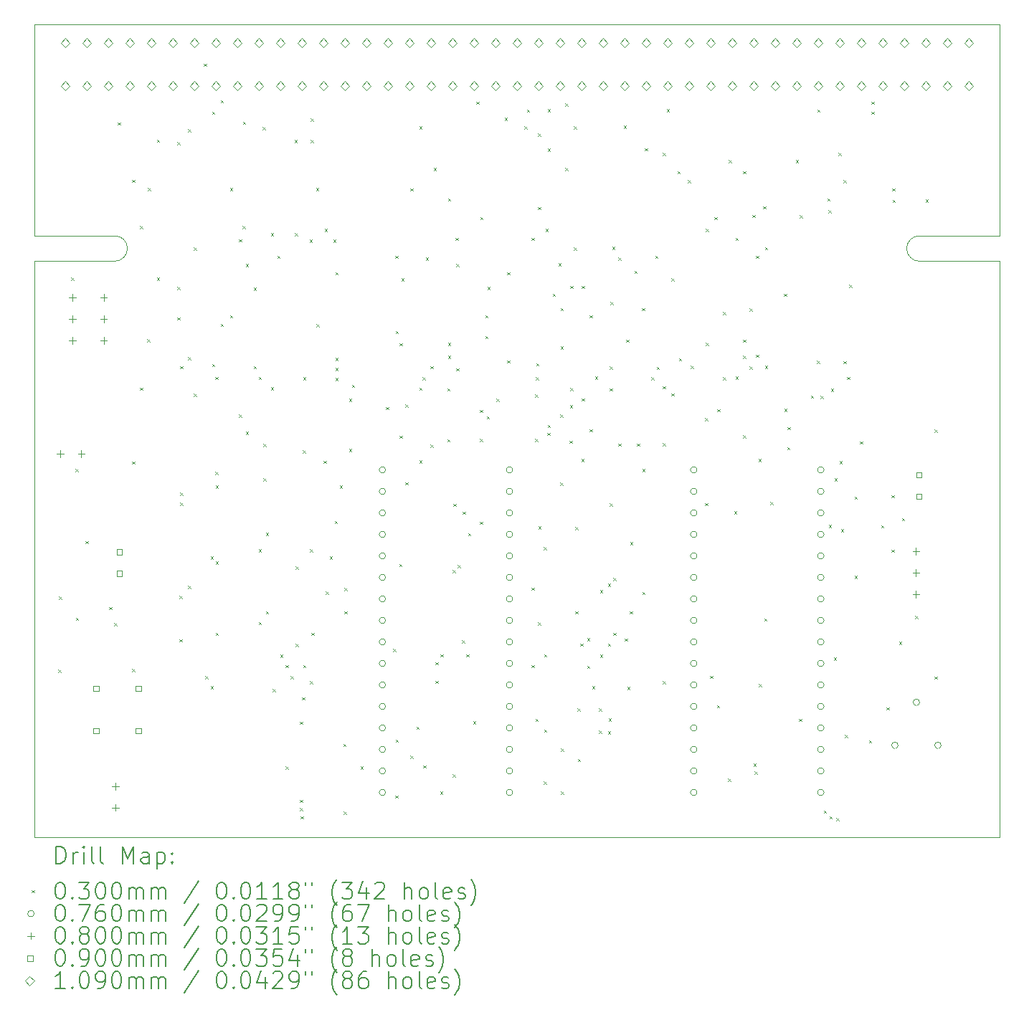
<source format=gbr>
%TF.GenerationSoftware,KiCad,Pcbnew,8.0.3*%
%TF.CreationDate,2024-09-16T15:18:26+02:00*%
%TF.ProjectId,ARIII_EPROM,41524949-495f-4455-9052-4f4d2e6b6963,rev?*%
%TF.SameCoordinates,Original*%
%TF.FileFunction,Drillmap*%
%TF.FilePolarity,Positive*%
%FSLAX45Y45*%
G04 Gerber Fmt 4.5, Leading zero omitted, Abs format (unit mm)*
G04 Created by KiCad (PCBNEW 8.0.3) date 2024-09-16 15:18:26*
%MOMM*%
%LPD*%
G01*
G04 APERTURE LIST*
%ADD10C,0.050000*%
%ADD11C,0.200000*%
%ADD12C,0.100000*%
%ADD13C,0.109000*%
G04 APERTURE END LIST*
D10*
X9390000Y-6190000D02*
G75*
G02*
X9540000Y-6340000I0J-150000D01*
G01*
X8440000Y-3690000D02*
X8440000Y-6190000D01*
X8440000Y-6190000D02*
X9390000Y-6190000D01*
X19840000Y-6490000D02*
X19840000Y-13290000D01*
X19840000Y-3690000D02*
X19840000Y-6190000D01*
X18890000Y-6490000D02*
G75*
G02*
X18740000Y-6340000I0J150000D01*
G01*
X9390000Y-6490000D02*
X8440000Y-6490000D01*
X18890000Y-6190000D02*
X19840000Y-6190000D01*
X9540000Y-6340000D02*
G75*
G02*
X9390000Y-6490000I-150000J0D01*
G01*
X8440000Y-13290000D02*
X19840000Y-13290000D01*
X18740000Y-6340000D02*
G75*
G02*
X18890000Y-6190000I150000J0D01*
G01*
X8440000Y-3690000D02*
X19840000Y-3690000D01*
X8440000Y-6490000D02*
X8440000Y-13290000D01*
X19840000Y-6490000D02*
X18890000Y-6490000D01*
D11*
D12*
X8725000Y-11315000D02*
X8755000Y-11345000D01*
X8755000Y-11315000D02*
X8725000Y-11345000D01*
X8730000Y-10450000D02*
X8760000Y-10480000D01*
X8760000Y-10450000D02*
X8730000Y-10480000D01*
X8875000Y-6685000D02*
X8905000Y-6715000D01*
X8905000Y-6685000D02*
X8875000Y-6715000D01*
X8925000Y-8945000D02*
X8955000Y-8975000D01*
X8955000Y-8945000D02*
X8925000Y-8975000D01*
X8930000Y-10700000D02*
X8960000Y-10730000D01*
X8960000Y-10700000D02*
X8930000Y-10730000D01*
X9045000Y-9795000D02*
X9075000Y-9825000D01*
X9075000Y-9795000D02*
X9045000Y-9825000D01*
X9325000Y-10575000D02*
X9355000Y-10605000D01*
X9355000Y-10575000D02*
X9325000Y-10605000D01*
X9385000Y-10765000D02*
X9415000Y-10795000D01*
X9415000Y-10765000D02*
X9385000Y-10795000D01*
X9425000Y-4850000D02*
X9455000Y-4880000D01*
X9455000Y-4850000D02*
X9425000Y-4880000D01*
X9595000Y-8855000D02*
X9625000Y-8885000D01*
X9625000Y-8855000D02*
X9595000Y-8885000D01*
X9595000Y-11305000D02*
X9625000Y-11335000D01*
X9625000Y-11305000D02*
X9595000Y-11335000D01*
X9596360Y-5527280D02*
X9626360Y-5557280D01*
X9626360Y-5527280D02*
X9596360Y-5557280D01*
X9690000Y-6075920D02*
X9720000Y-6105920D01*
X9720000Y-6075920D02*
X9690000Y-6105920D01*
X9690000Y-7985000D02*
X9720000Y-8015000D01*
X9720000Y-7985000D02*
X9690000Y-8015000D01*
X9773000Y-7413000D02*
X9803000Y-7443000D01*
X9803000Y-7413000D02*
X9773000Y-7443000D01*
X9780000Y-5625000D02*
X9810000Y-5655000D01*
X9810000Y-5625000D02*
X9780000Y-5655000D01*
X9885000Y-5055000D02*
X9915000Y-5085000D01*
X9915000Y-5055000D02*
X9885000Y-5085000D01*
X9885000Y-6685000D02*
X9915000Y-6715000D01*
X9915000Y-6685000D02*
X9885000Y-6715000D01*
X10130000Y-5085320D02*
X10160000Y-5115320D01*
X10160000Y-5085320D02*
X10130000Y-5115320D01*
X10130000Y-6795000D02*
X10160000Y-6825000D01*
X10160000Y-6795000D02*
X10130000Y-6825000D01*
X10130000Y-7155000D02*
X10160000Y-7185000D01*
X10160000Y-7155000D02*
X10130000Y-7185000D01*
X10155000Y-10445000D02*
X10185000Y-10475000D01*
X10185000Y-10445000D02*
X10155000Y-10475000D01*
X10155000Y-10955000D02*
X10185000Y-10985000D01*
X10185000Y-10955000D02*
X10155000Y-10985000D01*
X10160000Y-7730000D02*
X10190000Y-7760000D01*
X10190000Y-7730000D02*
X10160000Y-7760000D01*
X10160000Y-9225000D02*
X10190000Y-9255000D01*
X10190000Y-9225000D02*
X10160000Y-9255000D01*
X10160000Y-9340000D02*
X10190000Y-9370000D01*
X10190000Y-9340000D02*
X10160000Y-9370000D01*
X10255000Y-4930000D02*
X10285000Y-4960000D01*
X10285000Y-4930000D02*
X10255000Y-4960000D01*
X10255000Y-7625000D02*
X10285000Y-7655000D01*
X10285000Y-7625000D02*
X10255000Y-7655000D01*
X10255000Y-10325000D02*
X10285000Y-10355000D01*
X10285000Y-10325000D02*
X10255000Y-10355000D01*
X10325000Y-6330000D02*
X10355000Y-6360000D01*
X10355000Y-6330000D02*
X10325000Y-6360000D01*
X10325000Y-8055000D02*
X10355000Y-8085000D01*
X10355000Y-8055000D02*
X10325000Y-8085000D01*
X10440000Y-4155000D02*
X10470000Y-4185000D01*
X10470000Y-4155000D02*
X10440000Y-4185000D01*
X10460000Y-11390000D02*
X10490000Y-11420000D01*
X10490000Y-11390000D02*
X10460000Y-11420000D01*
X10520000Y-9975000D02*
X10550000Y-10005000D01*
X10550000Y-9975000D02*
X10520000Y-10005000D01*
X10520000Y-11507500D02*
X10550000Y-11537500D01*
X10550000Y-11507500D02*
X10520000Y-11537500D01*
X10540000Y-4725000D02*
X10570000Y-4755000D01*
X10570000Y-4725000D02*
X10540000Y-4755000D01*
X10540000Y-7705000D02*
X10570000Y-7735000D01*
X10570000Y-7705000D02*
X10540000Y-7735000D01*
X10575000Y-7855000D02*
X10605000Y-7885000D01*
X10605000Y-7855000D02*
X10575000Y-7885000D01*
X10575000Y-8980000D02*
X10605000Y-9010000D01*
X10605000Y-8980000D02*
X10575000Y-9010000D01*
X10580000Y-9140000D02*
X10610000Y-9170000D01*
X10610000Y-9140000D02*
X10580000Y-9170000D01*
X10580000Y-10037500D02*
X10610000Y-10067500D01*
X10610000Y-10037500D02*
X10580000Y-10067500D01*
X10580000Y-10880000D02*
X10610000Y-10910000D01*
X10610000Y-10880000D02*
X10580000Y-10910000D01*
X10640000Y-4590000D02*
X10670000Y-4620000D01*
X10670000Y-4590000D02*
X10640000Y-4620000D01*
X10640000Y-7230000D02*
X10670000Y-7260000D01*
X10670000Y-7230000D02*
X10640000Y-7260000D01*
X10750000Y-5625000D02*
X10780000Y-5655000D01*
X10780000Y-5625000D02*
X10750000Y-5655000D01*
X10750000Y-7130000D02*
X10780000Y-7160000D01*
X10780000Y-7130000D02*
X10750000Y-7160000D01*
X10855000Y-6230860D02*
X10885000Y-6260860D01*
X10885000Y-6230860D02*
X10855000Y-6260860D01*
X10855000Y-8300000D02*
X10885000Y-8330000D01*
X10885000Y-8300000D02*
X10855000Y-8330000D01*
X10899380Y-6075920D02*
X10929380Y-6105920D01*
X10929380Y-6075920D02*
X10899380Y-6105920D01*
X10901920Y-4841480D02*
X10931920Y-4871480D01*
X10931920Y-4841480D02*
X10901920Y-4871480D01*
X10935000Y-6525000D02*
X10965000Y-6555000D01*
X10965000Y-6525000D02*
X10935000Y-6555000D01*
X10935000Y-8505000D02*
X10965000Y-8535000D01*
X10965000Y-8505000D02*
X10935000Y-8535000D01*
X11030000Y-6800000D02*
X11060000Y-6830000D01*
X11060000Y-6800000D02*
X11030000Y-6830000D01*
X11030000Y-7730000D02*
X11060000Y-7760000D01*
X11060000Y-7730000D02*
X11030000Y-7760000D01*
X11090000Y-7855000D02*
X11120000Y-7885000D01*
X11120000Y-7855000D02*
X11090000Y-7885000D01*
X11090000Y-9892500D02*
X11120000Y-9922500D01*
X11120000Y-9892500D02*
X11090000Y-9922500D01*
X11090000Y-10753500D02*
X11120000Y-10783500D01*
X11120000Y-10753500D02*
X11090000Y-10783500D01*
X11135600Y-4907520D02*
X11165600Y-4937520D01*
X11165600Y-4907520D02*
X11135600Y-4937520D01*
X11142500Y-9055000D02*
X11172500Y-9085000D01*
X11172500Y-9055000D02*
X11142500Y-9085000D01*
X11145000Y-8647500D02*
X11175000Y-8677500D01*
X11175000Y-8647500D02*
X11145000Y-8677500D01*
X11175000Y-9700000D02*
X11205000Y-9730000D01*
X11205000Y-9700000D02*
X11175000Y-9730000D01*
X11175000Y-10625000D02*
X11205000Y-10655000D01*
X11205000Y-10625000D02*
X11175000Y-10655000D01*
X11235000Y-6157200D02*
X11265000Y-6187200D01*
X11265000Y-6157200D02*
X11235000Y-6187200D01*
X11235000Y-7980000D02*
X11265000Y-8010000D01*
X11265000Y-7980000D02*
X11235000Y-8010000D01*
X11255000Y-11545000D02*
X11285000Y-11575000D01*
X11285000Y-11545000D02*
X11255000Y-11575000D01*
X11310000Y-6425000D02*
X11340000Y-6455000D01*
X11340000Y-6425000D02*
X11310000Y-6455000D01*
X11345000Y-11135000D02*
X11375000Y-11165000D01*
X11375000Y-11135000D02*
X11345000Y-11165000D01*
X11407500Y-11261500D02*
X11437500Y-11291500D01*
X11437500Y-11261500D02*
X11407500Y-11291500D01*
X11407500Y-12460000D02*
X11437500Y-12490000D01*
X11437500Y-12460000D02*
X11407500Y-12490000D01*
X11467610Y-11389142D02*
X11497610Y-11419142D01*
X11497610Y-11389142D02*
X11467610Y-11419142D01*
X11514060Y-5056420D02*
X11544060Y-5086420D01*
X11544060Y-5056420D02*
X11514060Y-5086420D01*
X11515000Y-6158800D02*
X11545000Y-6188800D01*
X11545000Y-6158800D02*
X11515000Y-6188800D01*
X11525000Y-10097500D02*
X11555000Y-10127500D01*
X11555000Y-10097500D02*
X11525000Y-10127500D01*
X11525000Y-11010000D02*
X11555000Y-11040000D01*
X11555000Y-11010000D02*
X11525000Y-11040000D01*
X11575000Y-11930000D02*
X11605000Y-11960000D01*
X11605000Y-11930000D02*
X11575000Y-11960000D01*
X11575000Y-12950000D02*
X11605000Y-12980000D01*
X11605000Y-12950000D02*
X11575000Y-12980000D01*
X11576000Y-12851000D02*
X11606000Y-12881000D01*
X11606000Y-12851000D02*
X11576000Y-12881000D01*
X11585073Y-13044926D02*
X11615073Y-13074926D01*
X11615073Y-13044926D02*
X11585073Y-13074926D01*
X11600000Y-11640000D02*
X11630000Y-11670000D01*
X11630000Y-11640000D02*
X11600000Y-11670000D01*
X11610000Y-8722500D02*
X11640000Y-8752500D01*
X11640000Y-8722500D02*
X11610000Y-8752500D01*
X11615000Y-7860000D02*
X11645000Y-7890000D01*
X11645000Y-7860000D02*
X11615000Y-7890000D01*
X11615000Y-11261500D02*
X11645000Y-11291500D01*
X11645000Y-11261500D02*
X11615000Y-11291500D01*
X11690000Y-6235000D02*
X11720000Y-6265000D01*
X11720000Y-6235000D02*
X11690000Y-6265000D01*
X11692500Y-9892500D02*
X11722500Y-9922500D01*
X11722500Y-9892500D02*
X11692500Y-9922500D01*
X11695000Y-11448500D02*
X11725000Y-11478500D01*
X11725000Y-11448500D02*
X11695000Y-11478500D01*
X11702020Y-4803380D02*
X11732020Y-4833380D01*
X11732020Y-4803380D02*
X11702020Y-4833380D01*
X11705000Y-5059920D02*
X11735000Y-5089920D01*
X11735000Y-5059920D02*
X11705000Y-5089920D01*
X11712500Y-10880000D02*
X11742500Y-10910000D01*
X11742500Y-10880000D02*
X11712500Y-10910000D01*
X11765000Y-5625000D02*
X11795000Y-5655000D01*
X11795000Y-5625000D02*
X11765000Y-5655000D01*
X11770000Y-7235000D02*
X11800000Y-7265000D01*
X11800000Y-7235000D02*
X11770000Y-7265000D01*
X11855000Y-8845000D02*
X11885000Y-8875000D01*
X11885000Y-8845000D02*
X11855000Y-8875000D01*
X11870000Y-6110000D02*
X11900000Y-6140000D01*
X11900000Y-6110000D02*
X11870000Y-6140000D01*
X11880000Y-10390000D02*
X11910000Y-10420000D01*
X11910000Y-10390000D02*
X11880000Y-10420000D01*
X11927500Y-9977500D02*
X11957500Y-10007500D01*
X11957500Y-9977500D02*
X11927500Y-10007500D01*
X11970000Y-6235000D02*
X12000000Y-6265000D01*
X12000000Y-6235000D02*
X11970000Y-6265000D01*
X11987500Y-9560000D02*
X12017500Y-9590000D01*
X12017500Y-9560000D02*
X11987500Y-9590000D01*
X11995000Y-6620000D02*
X12025000Y-6650000D01*
X12025000Y-6620000D02*
X11995000Y-6650000D01*
X11995000Y-7630000D02*
X12025000Y-7660000D01*
X12025000Y-7630000D02*
X11995000Y-7660000D01*
X11995000Y-7750000D02*
X12025000Y-7780000D01*
X12025000Y-7750000D02*
X11995000Y-7780000D01*
X11995000Y-7870000D02*
X12025000Y-7900000D01*
X12025000Y-7870000D02*
X11995000Y-7900000D01*
X12045000Y-9137500D02*
X12075000Y-9167500D01*
X12075000Y-9137500D02*
X12045000Y-9167500D01*
X12090000Y-12192500D02*
X12120000Y-12222500D01*
X12120000Y-12192500D02*
X12090000Y-12222500D01*
X12092500Y-12992500D02*
X12122500Y-13022500D01*
X12122500Y-12992500D02*
X12092500Y-13022500D01*
X12100800Y-10350000D02*
X12130800Y-10380000D01*
X12130800Y-10350000D02*
X12100800Y-10380000D01*
X12100800Y-10626500D02*
X12130800Y-10656500D01*
X12130800Y-10626500D02*
X12100800Y-10656500D01*
X12155000Y-8115000D02*
X12185000Y-8145000D01*
X12185000Y-8115000D02*
X12155000Y-8145000D01*
X12157573Y-8705074D02*
X12187573Y-8735074D01*
X12187573Y-8705074D02*
X12157573Y-8735074D01*
X12190000Y-7950000D02*
X12220000Y-7980000D01*
X12220000Y-7950000D02*
X12190000Y-7980000D01*
X12290000Y-12457500D02*
X12320000Y-12487500D01*
X12320000Y-12457500D02*
X12290000Y-12487500D01*
X12590000Y-8212500D02*
X12620000Y-8242500D01*
X12620000Y-8212500D02*
X12590000Y-8242500D01*
X12675000Y-11067500D02*
X12705000Y-11097500D01*
X12705000Y-11067500D02*
X12675000Y-11097500D01*
X12700000Y-6425000D02*
X12730000Y-6455000D01*
X12730000Y-6425000D02*
X12700000Y-6455000D01*
X12702500Y-12802500D02*
X12732500Y-12832500D01*
X12732500Y-12802500D02*
X12702500Y-12832500D01*
X12705000Y-7315000D02*
X12735000Y-7345000D01*
X12735000Y-7315000D02*
X12705000Y-7345000D01*
X12705000Y-12140000D02*
X12735000Y-12170000D01*
X12735000Y-12140000D02*
X12705000Y-12170000D01*
X12747500Y-10065000D02*
X12777500Y-10095000D01*
X12777500Y-10065000D02*
X12747500Y-10095000D01*
X12752500Y-7457500D02*
X12782500Y-7487500D01*
X12782500Y-7457500D02*
X12752500Y-7487500D01*
X12752500Y-8552500D02*
X12782500Y-8582500D01*
X12782500Y-8552500D02*
X12752500Y-8582500D01*
X12775000Y-6690000D02*
X12805000Y-6720000D01*
X12805000Y-6690000D02*
X12775000Y-6720000D01*
X12820000Y-8180000D02*
X12850000Y-8210000D01*
X12850000Y-8180000D02*
X12820000Y-8210000D01*
X12820000Y-9102500D02*
X12850000Y-9132500D01*
X12850000Y-9102500D02*
X12820000Y-9132500D01*
X12880000Y-5630000D02*
X12910000Y-5660000D01*
X12910000Y-5630000D02*
X12880000Y-5660000D01*
X12880000Y-12332500D02*
X12910000Y-12362500D01*
X12910000Y-12332500D02*
X12880000Y-12362500D01*
X12952500Y-11987500D02*
X12982500Y-12017500D01*
X12982500Y-11987500D02*
X12952500Y-12017500D01*
X12985000Y-4895000D02*
X13015000Y-4925000D01*
X13015000Y-4895000D02*
X12985000Y-4925000D01*
X12985000Y-7985000D02*
X13015000Y-8015000D01*
X13015000Y-7985000D02*
X12985000Y-8015000D01*
X12987500Y-8842500D02*
X13017500Y-8872500D01*
X13017500Y-8842500D02*
X12987500Y-8872500D01*
X13025000Y-7860000D02*
X13055000Y-7890000D01*
X13055000Y-7860000D02*
X13025000Y-7890000D01*
X13030000Y-12445000D02*
X13060000Y-12475000D01*
X13060000Y-12445000D02*
X13030000Y-12475000D01*
X13060000Y-6445000D02*
X13090000Y-6475000D01*
X13090000Y-6445000D02*
X13060000Y-6475000D01*
X13115000Y-7730000D02*
X13145000Y-7760000D01*
X13145000Y-7730000D02*
X13115000Y-7760000D01*
X13115000Y-8657500D02*
X13145000Y-8687500D01*
X13145000Y-8657500D02*
X13115000Y-8687500D01*
X13155000Y-5390000D02*
X13185000Y-5420000D01*
X13185000Y-5390000D02*
X13155000Y-5420000D01*
X13177500Y-11227500D02*
X13207500Y-11257500D01*
X13207500Y-11227500D02*
X13177500Y-11257500D01*
X13177500Y-11445000D02*
X13207500Y-11475000D01*
X13207500Y-11445000D02*
X13177500Y-11475000D01*
X13232500Y-12752500D02*
X13262500Y-12782500D01*
X13262500Y-12752500D02*
X13232500Y-12782500D01*
X13235000Y-11132500D02*
X13265000Y-11162500D01*
X13265000Y-11132500D02*
X13235000Y-11162500D01*
X13315000Y-7990000D02*
X13345000Y-8020000D01*
X13345000Y-7990000D02*
X13315000Y-8020000D01*
X13315000Y-8592500D02*
X13345000Y-8622500D01*
X13345000Y-8592500D02*
X13315000Y-8622500D01*
X13325000Y-5750000D02*
X13355000Y-5780000D01*
X13355000Y-5750000D02*
X13325000Y-5780000D01*
X13325000Y-7455000D02*
X13355000Y-7485000D01*
X13355000Y-7455000D02*
X13325000Y-7485000D01*
X13325000Y-7605000D02*
X13355000Y-7635000D01*
X13355000Y-7605000D02*
X13325000Y-7635000D01*
X13377500Y-10140000D02*
X13407500Y-10170000D01*
X13407500Y-10140000D02*
X13377500Y-10170000D01*
X13381250Y-12552500D02*
X13411250Y-12582500D01*
X13411250Y-12552500D02*
X13381250Y-12582500D01*
X13390000Y-9355000D02*
X13420000Y-9385000D01*
X13420000Y-9355000D02*
X13390000Y-9385000D01*
X13415000Y-6215000D02*
X13445000Y-6245000D01*
X13445000Y-6215000D02*
X13415000Y-6245000D01*
X13420000Y-6525000D02*
X13450000Y-6555000D01*
X13450000Y-6525000D02*
X13420000Y-6555000D01*
X13420000Y-7755000D02*
X13450000Y-7785000D01*
X13450000Y-7755000D02*
X13420000Y-7785000D01*
X13437500Y-10077500D02*
X13467500Y-10107500D01*
X13467500Y-10077500D02*
X13437500Y-10107500D01*
X13490000Y-10967500D02*
X13520000Y-10997500D01*
X13520000Y-10967500D02*
X13490000Y-10997500D01*
X13500000Y-9447500D02*
X13530000Y-9477500D01*
X13530000Y-9447500D02*
X13500000Y-9477500D01*
X13540000Y-11132500D02*
X13570000Y-11162500D01*
X13570000Y-11132500D02*
X13540000Y-11162500D01*
X13560000Y-9702500D02*
X13590000Y-9732500D01*
X13590000Y-9702500D02*
X13560000Y-9732500D01*
X13622500Y-11922500D02*
X13652500Y-11952500D01*
X13652500Y-11922500D02*
X13622500Y-11952500D01*
X13660000Y-4605000D02*
X13690000Y-4635000D01*
X13690000Y-4605000D02*
X13660000Y-4635000D01*
X13700000Y-9565000D02*
X13730000Y-9595000D01*
X13730000Y-9565000D02*
X13700000Y-9595000D01*
X13702500Y-8245000D02*
X13732500Y-8275000D01*
X13732500Y-8245000D02*
X13702500Y-8275000D01*
X13702500Y-8587500D02*
X13732500Y-8617500D01*
X13732500Y-8587500D02*
X13702500Y-8617500D01*
X13705000Y-5970000D02*
X13735000Y-6000000D01*
X13735000Y-5970000D02*
X13705000Y-6000000D01*
X13765000Y-7130000D02*
X13795000Y-7160000D01*
X13795000Y-7130000D02*
X13765000Y-7160000D01*
X13765000Y-7375000D02*
X13795000Y-7405000D01*
X13795000Y-7375000D02*
X13765000Y-7405000D01*
X13780000Y-8322500D02*
X13810000Y-8352500D01*
X13810000Y-8322500D02*
X13780000Y-8352500D01*
X13790000Y-6795000D02*
X13820000Y-6825000D01*
X13820000Y-6795000D02*
X13790000Y-6825000D01*
X13895000Y-8112500D02*
X13925000Y-8142500D01*
X13925000Y-8112500D02*
X13895000Y-8142500D01*
X13995000Y-4795000D02*
X14025000Y-4825000D01*
X14025000Y-4795000D02*
X13995000Y-4825000D01*
X14025000Y-6620000D02*
X14055000Y-6650000D01*
X14055000Y-6620000D02*
X14025000Y-6650000D01*
X14025000Y-7660000D02*
X14055000Y-7690000D01*
X14055000Y-7660000D02*
X14025000Y-7690000D01*
X14225000Y-4895000D02*
X14255000Y-4925000D01*
X14255000Y-4895000D02*
X14225000Y-4925000D01*
X14255000Y-4700000D02*
X14285000Y-4730000D01*
X14285000Y-4700000D02*
X14255000Y-4730000D01*
X14310000Y-6215000D02*
X14340000Y-6245000D01*
X14340000Y-6215000D02*
X14310000Y-6245000D01*
X14310600Y-10345000D02*
X14340600Y-10375000D01*
X14340600Y-10345000D02*
X14310600Y-10375000D01*
X14310600Y-11260060D02*
X14340600Y-11290060D01*
X14340600Y-11260060D02*
X14310600Y-11290060D01*
X14352500Y-8587500D02*
X14382500Y-8617500D01*
X14382500Y-8587500D02*
X14352500Y-8617500D01*
X14355000Y-8065000D02*
X14385000Y-8095000D01*
X14385000Y-8065000D02*
X14355000Y-8095000D01*
X14357500Y-11895000D02*
X14387500Y-11925000D01*
X14387500Y-11895000D02*
X14357500Y-11925000D01*
X14360000Y-7860000D02*
X14390000Y-7890000D01*
X14390000Y-7860000D02*
X14360000Y-7890000D01*
X14365000Y-7695000D02*
X14395000Y-7725000D01*
X14395000Y-7695000D02*
X14365000Y-7725000D01*
X14385000Y-4980000D02*
X14415000Y-5010000D01*
X14415000Y-4980000D02*
X14385000Y-5010000D01*
X14385000Y-5850000D02*
X14415000Y-5880000D01*
X14415000Y-5850000D02*
X14385000Y-5880000D01*
X14386800Y-10754600D02*
X14416800Y-10784600D01*
X14416800Y-10754600D02*
X14386800Y-10784600D01*
X14389340Y-9622220D02*
X14419340Y-9652220D01*
X14419340Y-9622220D02*
X14389340Y-9652220D01*
X14452920Y-9867500D02*
X14482920Y-9897500D01*
X14482920Y-9867500D02*
X14452920Y-9897500D01*
X14455000Y-12635000D02*
X14485000Y-12665000D01*
X14485000Y-12635000D02*
X14455000Y-12665000D01*
X14457920Y-11132500D02*
X14487920Y-11162500D01*
X14487920Y-11132500D02*
X14457920Y-11162500D01*
X14460000Y-12020000D02*
X14490000Y-12050000D01*
X14490000Y-12020000D02*
X14460000Y-12050000D01*
X14475000Y-6110000D02*
X14505000Y-6140000D01*
X14505000Y-6110000D02*
X14475000Y-6140000D01*
X14497500Y-8517500D02*
X14527500Y-8547500D01*
X14527500Y-8517500D02*
X14497500Y-8547500D01*
X14500000Y-4695000D02*
X14530000Y-4725000D01*
X14530000Y-4695000D02*
X14500000Y-4725000D01*
X14500000Y-5160000D02*
X14530000Y-5190000D01*
X14530000Y-5160000D02*
X14500000Y-5190000D01*
X14500000Y-8425000D02*
X14530000Y-8455000D01*
X14530000Y-8425000D02*
X14500000Y-8455000D01*
X14560000Y-6875000D02*
X14590000Y-6905000D01*
X14590000Y-6875000D02*
X14560000Y-6905000D01*
X14630000Y-6515000D02*
X14660000Y-6545000D01*
X14660000Y-6515000D02*
X14630000Y-6545000D01*
X14647500Y-9105000D02*
X14677500Y-9135000D01*
X14677500Y-9105000D02*
X14647500Y-9135000D01*
X14650000Y-8300000D02*
X14680000Y-8330000D01*
X14680000Y-8300000D02*
X14650000Y-8330000D01*
X14655000Y-7045000D02*
X14685000Y-7075000D01*
X14685000Y-7045000D02*
X14655000Y-7075000D01*
X14655000Y-7495000D02*
X14685000Y-7525000D01*
X14685000Y-7495000D02*
X14655000Y-7525000D01*
X14660000Y-12245000D02*
X14690000Y-12275000D01*
X14690000Y-12245000D02*
X14660000Y-12275000D01*
X14660000Y-12752500D02*
X14690000Y-12782500D01*
X14690000Y-12752500D02*
X14660000Y-12782500D01*
X14710000Y-4625000D02*
X14740000Y-4655000D01*
X14740000Y-4625000D02*
X14710000Y-4655000D01*
X14710000Y-5390000D02*
X14740000Y-5420000D01*
X14740000Y-5390000D02*
X14710000Y-5420000D01*
X14757500Y-8610000D02*
X14787500Y-8640000D01*
X14787500Y-8610000D02*
X14757500Y-8640000D01*
X14765000Y-8190000D02*
X14795000Y-8220000D01*
X14795000Y-8190000D02*
X14765000Y-8220000D01*
X14770000Y-6780000D02*
X14800000Y-6810000D01*
X14800000Y-6780000D02*
X14770000Y-6810000D01*
X14770000Y-7987000D02*
X14800000Y-8017000D01*
X14800000Y-7987000D02*
X14770000Y-8017000D01*
X14810000Y-4895000D02*
X14840000Y-4925000D01*
X14840000Y-4895000D02*
X14810000Y-4925000D01*
X14810000Y-6330000D02*
X14840000Y-6360000D01*
X14840000Y-6330000D02*
X14810000Y-6360000D01*
X14825000Y-9630000D02*
X14855000Y-9660000D01*
X14855000Y-9630000D02*
X14825000Y-9660000D01*
X14825000Y-10625000D02*
X14855000Y-10655000D01*
X14855000Y-10625000D02*
X14825000Y-10655000D01*
X14852500Y-11770000D02*
X14882500Y-11800000D01*
X14882500Y-11770000D02*
X14852500Y-11800000D01*
X14855000Y-12367500D02*
X14885000Y-12397500D01*
X14885000Y-12367500D02*
X14855000Y-12397500D01*
X14885000Y-11007000D02*
X14915000Y-11037000D01*
X14915000Y-11007000D02*
X14885000Y-11037000D01*
X14900000Y-8827500D02*
X14930000Y-8857500D01*
X14930000Y-8827500D02*
X14900000Y-8857500D01*
X14905000Y-6780000D02*
X14935000Y-6810000D01*
X14935000Y-6780000D02*
X14905000Y-6810000D01*
X14905000Y-8110000D02*
X14935000Y-8140000D01*
X14935000Y-8110000D02*
X14905000Y-8140000D01*
X14965000Y-10942500D02*
X14995000Y-10972500D01*
X14995000Y-10942500D02*
X14965000Y-10972500D01*
X14965000Y-11270000D02*
X14995000Y-11300000D01*
X14995000Y-11270000D02*
X14965000Y-11300000D01*
X14995000Y-7130000D02*
X15025000Y-7160000D01*
X15025000Y-7130000D02*
X14995000Y-7160000D01*
X14995000Y-8475000D02*
X15025000Y-8505000D01*
X15025000Y-8475000D02*
X14995000Y-8505000D01*
X15027500Y-11510000D02*
X15057500Y-11540000D01*
X15057500Y-11510000D02*
X15027500Y-11540000D01*
X15060000Y-7850000D02*
X15090000Y-7880000D01*
X15090000Y-7850000D02*
X15060000Y-7880000D01*
X15107500Y-11772500D02*
X15137500Y-11802500D01*
X15137500Y-11772500D02*
X15107500Y-11802500D01*
X15107500Y-12035000D02*
X15137500Y-12065000D01*
X15137500Y-12035000D02*
X15107500Y-12065000D01*
X15117500Y-11135000D02*
X15147500Y-11165000D01*
X15147500Y-11135000D02*
X15117500Y-11165000D01*
X15120000Y-10375000D02*
X15150000Y-10405000D01*
X15150000Y-10375000D02*
X15120000Y-10405000D01*
X15212500Y-10300000D02*
X15242500Y-10330000D01*
X15242500Y-10300000D02*
X15212500Y-10330000D01*
X15212500Y-11007500D02*
X15242500Y-11037500D01*
X15242500Y-11007500D02*
X15212500Y-11037500D01*
X15212500Y-12042500D02*
X15242500Y-12072500D01*
X15242500Y-12042500D02*
X15212500Y-12072500D01*
X15220000Y-11892500D02*
X15250000Y-11922500D01*
X15250000Y-11892500D02*
X15220000Y-11922500D01*
X15235000Y-7735000D02*
X15265000Y-7765000D01*
X15265000Y-7735000D02*
X15235000Y-7765000D01*
X15235000Y-7990000D02*
X15265000Y-8020000D01*
X15265000Y-7990000D02*
X15235000Y-8020000D01*
X15235000Y-9352500D02*
X15265000Y-9382500D01*
X15265000Y-9352500D02*
X15235000Y-9382500D01*
X15240000Y-6970000D02*
X15270000Y-7000000D01*
X15270000Y-6970000D02*
X15240000Y-7000000D01*
X15265000Y-6320000D02*
X15295000Y-6350000D01*
X15295000Y-6320000D02*
X15265000Y-6350000D01*
X15275000Y-10230000D02*
X15305000Y-10260000D01*
X15305000Y-10230000D02*
X15275000Y-10260000D01*
X15275000Y-10880000D02*
X15305000Y-10910000D01*
X15305000Y-10880000D02*
X15275000Y-10910000D01*
X15335000Y-6445000D02*
X15365000Y-6475000D01*
X15365000Y-6445000D02*
X15335000Y-6475000D01*
X15335000Y-8645000D02*
X15365000Y-8675000D01*
X15365000Y-8645000D02*
X15335000Y-8675000D01*
X15400000Y-4890000D02*
X15430000Y-4920000D01*
X15430000Y-4890000D02*
X15400000Y-4920000D01*
X15410000Y-10945000D02*
X15440000Y-10975000D01*
X15440000Y-10945000D02*
X15410000Y-10975000D01*
X15430000Y-7415000D02*
X15460000Y-7445000D01*
X15460000Y-7415000D02*
X15430000Y-7445000D01*
X15442500Y-11517500D02*
X15472500Y-11547500D01*
X15472500Y-11517500D02*
X15442500Y-11547500D01*
X15472500Y-10625000D02*
X15502500Y-10655000D01*
X15502500Y-10625000D02*
X15472500Y-10655000D01*
X15475000Y-9807500D02*
X15505000Y-9837500D01*
X15505000Y-9807500D02*
X15475000Y-9837500D01*
X15525000Y-6605000D02*
X15555000Y-6635000D01*
X15555000Y-6605000D02*
X15525000Y-6635000D01*
X15555000Y-8645000D02*
X15585000Y-8675000D01*
X15585000Y-8645000D02*
X15555000Y-8675000D01*
X15615000Y-7045000D02*
X15645000Y-7075000D01*
X15645000Y-7045000D02*
X15615000Y-7075000D01*
X15620000Y-8945000D02*
X15650000Y-8975000D01*
X15650000Y-8945000D02*
X15620000Y-8975000D01*
X15620000Y-10397500D02*
X15650000Y-10427500D01*
X15650000Y-10397500D02*
X15620000Y-10427500D01*
X15650000Y-5155000D02*
X15680000Y-5185000D01*
X15680000Y-5155000D02*
X15650000Y-5185000D01*
X15725000Y-7862500D02*
X15755000Y-7892500D01*
X15755000Y-7862500D02*
X15725000Y-7892500D01*
X15770000Y-6425000D02*
X15800000Y-6455000D01*
X15800000Y-6425000D02*
X15770000Y-6455000D01*
X15787500Y-7737500D02*
X15817500Y-7767500D01*
X15817500Y-7737500D02*
X15787500Y-7767500D01*
X15860000Y-5210000D02*
X15890000Y-5240000D01*
X15890000Y-5210000D02*
X15860000Y-5240000D01*
X15860000Y-7965000D02*
X15890000Y-7995000D01*
X15890000Y-7965000D02*
X15860000Y-7995000D01*
X15860000Y-8640000D02*
X15890000Y-8670000D01*
X15890000Y-8640000D02*
X15860000Y-8670000D01*
X15860000Y-11452500D02*
X15890000Y-11482500D01*
X15890000Y-11452500D02*
X15860000Y-11482500D01*
X15905000Y-4695000D02*
X15935000Y-4725000D01*
X15935000Y-4695000D02*
X15905000Y-4725000D01*
X15960000Y-6690000D02*
X15990000Y-6720000D01*
X15990000Y-6690000D02*
X15960000Y-6720000D01*
X15960000Y-8050000D02*
X15990000Y-8080000D01*
X15990000Y-8050000D02*
X15960000Y-8080000D01*
X16035000Y-5425000D02*
X16065000Y-5455000D01*
X16065000Y-5425000D02*
X16035000Y-5455000D01*
X16050000Y-7635000D02*
X16080000Y-7665000D01*
X16080000Y-7635000D02*
X16050000Y-7665000D01*
X16155000Y-5530000D02*
X16185000Y-5560000D01*
X16185000Y-5530000D02*
X16155000Y-5560000D01*
X16190000Y-7725000D02*
X16220000Y-7755000D01*
X16220000Y-7725000D02*
X16190000Y-7755000D01*
X16360000Y-8345000D02*
X16390000Y-8375000D01*
X16390000Y-8345000D02*
X16360000Y-8375000D01*
X16360000Y-9347500D02*
X16390000Y-9377500D01*
X16390000Y-9347500D02*
X16360000Y-9377500D01*
X16370000Y-6110000D02*
X16400000Y-6140000D01*
X16400000Y-6110000D02*
X16370000Y-6140000D01*
X16370000Y-7455000D02*
X16400000Y-7485000D01*
X16400000Y-7455000D02*
X16370000Y-7485000D01*
X16420000Y-11385000D02*
X16450000Y-11415000D01*
X16450000Y-11385000D02*
X16420000Y-11415000D01*
X16470000Y-5970000D02*
X16500000Y-6000000D01*
X16500000Y-5970000D02*
X16470000Y-6000000D01*
X16500000Y-11734000D02*
X16530000Y-11764000D01*
X16530000Y-11734000D02*
X16500000Y-11764000D01*
X16502500Y-8237500D02*
X16532500Y-8267500D01*
X16532500Y-8237500D02*
X16502500Y-8267500D01*
X16570000Y-7090000D02*
X16600000Y-7120000D01*
X16600000Y-7090000D02*
X16570000Y-7120000D01*
X16570000Y-7860000D02*
X16600000Y-7890000D01*
X16600000Y-7860000D02*
X16570000Y-7890000D01*
X16630000Y-12600000D02*
X16660000Y-12630000D01*
X16660000Y-12600000D02*
X16630000Y-12630000D01*
X16640000Y-5295000D02*
X16670000Y-5325000D01*
X16670000Y-5295000D02*
X16640000Y-5325000D01*
X16702500Y-9442500D02*
X16732500Y-9472500D01*
X16732500Y-9442500D02*
X16702500Y-9472500D01*
X16720000Y-6215000D02*
X16750000Y-6245000D01*
X16750000Y-6215000D02*
X16720000Y-6245000D01*
X16720000Y-7850000D02*
X16750000Y-7880000D01*
X16750000Y-7850000D02*
X16720000Y-7880000D01*
X16810000Y-5425000D02*
X16840000Y-5455000D01*
X16840000Y-5425000D02*
X16810000Y-5455000D01*
X16810000Y-7415000D02*
X16840000Y-7445000D01*
X16840000Y-7415000D02*
X16810000Y-7445000D01*
X16810000Y-7605000D02*
X16840000Y-7635000D01*
X16840000Y-7605000D02*
X16810000Y-7635000D01*
X16810000Y-8545000D02*
X16840000Y-8575000D01*
X16840000Y-8545000D02*
X16810000Y-8575000D01*
X16885000Y-7050000D02*
X16915000Y-7080000D01*
X16915000Y-7050000D02*
X16885000Y-7080000D01*
X16885000Y-7735000D02*
X16915000Y-7765000D01*
X16915000Y-7735000D02*
X16885000Y-7765000D01*
X16919000Y-5941000D02*
X16949000Y-5971000D01*
X16949000Y-5941000D02*
X16919000Y-5971000D01*
X16930000Y-12422500D02*
X16960000Y-12452500D01*
X16960000Y-12422500D02*
X16930000Y-12452500D01*
X16945000Y-12515000D02*
X16975000Y-12545000D01*
X16975000Y-12515000D02*
X16945000Y-12545000D01*
X16960000Y-6425000D02*
X16990000Y-6455000D01*
X16990000Y-6425000D02*
X16960000Y-6455000D01*
X16960000Y-7595000D02*
X16990000Y-7625000D01*
X16990000Y-7595000D02*
X16960000Y-7625000D01*
X16990000Y-8827500D02*
X17020000Y-8857500D01*
X17020000Y-8827500D02*
X16990000Y-8857500D01*
X16995000Y-11485000D02*
X17025000Y-11515000D01*
X17025000Y-11485000D02*
X16995000Y-11515000D01*
X17045000Y-5840000D02*
X17075000Y-5870000D01*
X17075000Y-5840000D02*
X17045000Y-5870000D01*
X17057500Y-10710000D02*
X17087500Y-10740000D01*
X17087500Y-10710000D02*
X17057500Y-10740000D01*
X17065000Y-6325000D02*
X17095000Y-6355000D01*
X17095000Y-6325000D02*
X17065000Y-6355000D01*
X17065000Y-7725000D02*
X17095000Y-7755000D01*
X17095000Y-7725000D02*
X17065000Y-7755000D01*
X17130000Y-9332500D02*
X17160000Y-9362500D01*
X17160000Y-9332500D02*
X17130000Y-9362500D01*
X17290000Y-6875000D02*
X17320000Y-6905000D01*
X17320000Y-6875000D02*
X17290000Y-6905000D01*
X17295000Y-8235000D02*
X17325000Y-8265000D01*
X17325000Y-8235000D02*
X17295000Y-8265000D01*
X17330000Y-8685000D02*
X17360000Y-8715000D01*
X17360000Y-8685000D02*
X17330000Y-8715000D01*
X17335000Y-8450000D02*
X17365000Y-8480000D01*
X17365000Y-8450000D02*
X17335000Y-8480000D01*
X17430000Y-5295000D02*
X17460000Y-5325000D01*
X17460000Y-5295000D02*
X17430000Y-5325000D01*
X17470000Y-11895000D02*
X17500000Y-11925000D01*
X17500000Y-11895000D02*
X17470000Y-11925000D01*
X17475000Y-5945000D02*
X17505000Y-5975000D01*
X17505000Y-5945000D02*
X17475000Y-5975000D01*
X17607500Y-8077500D02*
X17637500Y-8107500D01*
X17637500Y-8077500D02*
X17607500Y-8107500D01*
X17680000Y-7665000D02*
X17710000Y-7695000D01*
X17710000Y-7665000D02*
X17680000Y-7695000D01*
X17685000Y-4700000D02*
X17715000Y-4730000D01*
X17715000Y-4700000D02*
X17685000Y-4730000D01*
X17725000Y-8080000D02*
X17755000Y-8110000D01*
X17755000Y-8080000D02*
X17725000Y-8110000D01*
X17762500Y-12977500D02*
X17792500Y-13007500D01*
X17792500Y-12977500D02*
X17762500Y-13007500D01*
X17805000Y-5750000D02*
X17835000Y-5780000D01*
X17835000Y-5750000D02*
X17805000Y-5780000D01*
X17815000Y-5890000D02*
X17845000Y-5920000D01*
X17845000Y-5890000D02*
X17815000Y-5920000D01*
X17820000Y-9605000D02*
X17850000Y-9635000D01*
X17850000Y-9605000D02*
X17820000Y-9635000D01*
X17830000Y-13045000D02*
X17860000Y-13075000D01*
X17860000Y-13045000D02*
X17830000Y-13075000D01*
X17845000Y-7995000D02*
X17875000Y-8025000D01*
X17875000Y-7995000D02*
X17845000Y-8025000D01*
X17880000Y-11170000D02*
X17910000Y-11200000D01*
X17910000Y-11170000D02*
X17880000Y-11200000D01*
X17887500Y-9052500D02*
X17917500Y-9082500D01*
X17917500Y-9052500D02*
X17887500Y-9082500D01*
X17910000Y-13067500D02*
X17940000Y-13097500D01*
X17940000Y-13067500D02*
X17910000Y-13097500D01*
X17935000Y-5210000D02*
X17965000Y-5240000D01*
X17965000Y-5210000D02*
X17935000Y-5240000D01*
X17947500Y-8850000D02*
X17977500Y-8880000D01*
X17977500Y-8850000D02*
X17947500Y-8880000D01*
X17962500Y-9655000D02*
X17992500Y-9685000D01*
X17992500Y-9655000D02*
X17962500Y-9685000D01*
X17995000Y-5530000D02*
X18025000Y-5560000D01*
X18025000Y-5530000D02*
X17995000Y-5560000D01*
X17995000Y-7670000D02*
X18025000Y-7700000D01*
X18025000Y-7670000D02*
X17995000Y-7700000D01*
X18012500Y-12085000D02*
X18042500Y-12115000D01*
X18042500Y-12085000D02*
X18012500Y-12115000D01*
X18035000Y-7855000D02*
X18065000Y-7885000D01*
X18065000Y-7855000D02*
X18035000Y-7885000D01*
X18060000Y-6770000D02*
X18090000Y-6800000D01*
X18090000Y-6770000D02*
X18060000Y-6800000D01*
X18125000Y-9270000D02*
X18155000Y-9300000D01*
X18155000Y-9270000D02*
X18125000Y-9300000D01*
X18125000Y-10205000D02*
X18155000Y-10235000D01*
X18155000Y-10205000D02*
X18125000Y-10235000D01*
X18190000Y-8620000D02*
X18220000Y-8650000D01*
X18220000Y-8620000D02*
X18190000Y-8650000D01*
X18295000Y-12150000D02*
X18325000Y-12180000D01*
X18325000Y-12150000D02*
X18295000Y-12180000D01*
X18325000Y-4605000D02*
X18355000Y-4635000D01*
X18355000Y-4605000D02*
X18325000Y-4635000D01*
X18325000Y-4725000D02*
X18355000Y-4755000D01*
X18355000Y-4725000D02*
X18325000Y-4755000D01*
X18440000Y-9610000D02*
X18470000Y-9640000D01*
X18470000Y-9610000D02*
X18440000Y-9640000D01*
X18500000Y-11760000D02*
X18530000Y-11790000D01*
X18530000Y-11760000D02*
X18500000Y-11790000D01*
X18560000Y-9255000D02*
X18590000Y-9285000D01*
X18590000Y-9255000D02*
X18560000Y-9285000D01*
X18560000Y-9895000D02*
X18590000Y-9925000D01*
X18590000Y-9895000D02*
X18560000Y-9925000D01*
X18570000Y-5630000D02*
X18600000Y-5660000D01*
X18600000Y-5630000D02*
X18570000Y-5660000D01*
X18575000Y-5765000D02*
X18605000Y-5795000D01*
X18605000Y-5765000D02*
X18575000Y-5795000D01*
X18650000Y-10985000D02*
X18680000Y-11015000D01*
X18680000Y-10985000D02*
X18650000Y-11015000D01*
X18685000Y-9522500D02*
X18715000Y-9552500D01*
X18715000Y-9522500D02*
X18685000Y-9552500D01*
X18840000Y-10680000D02*
X18870000Y-10710000D01*
X18870000Y-10680000D02*
X18840000Y-10710000D01*
X18965000Y-5760000D02*
X18995000Y-5790000D01*
X18995000Y-5760000D02*
X18965000Y-5790000D01*
X19070000Y-8480000D02*
X19100000Y-8510000D01*
X19100000Y-8480000D02*
X19070000Y-8510000D01*
X19070000Y-11395000D02*
X19100000Y-11425000D01*
X19100000Y-11395000D02*
X19070000Y-11425000D01*
X12588500Y-8955000D02*
G75*
G02*
X12512500Y-8955000I-38000J0D01*
G01*
X12512500Y-8955000D02*
G75*
G02*
X12588500Y-8955000I38000J0D01*
G01*
X12588500Y-9209000D02*
G75*
G02*
X12512500Y-9209000I-38000J0D01*
G01*
X12512500Y-9209000D02*
G75*
G02*
X12588500Y-9209000I38000J0D01*
G01*
X12588500Y-9463000D02*
G75*
G02*
X12512500Y-9463000I-38000J0D01*
G01*
X12512500Y-9463000D02*
G75*
G02*
X12588500Y-9463000I38000J0D01*
G01*
X12588500Y-9717000D02*
G75*
G02*
X12512500Y-9717000I-38000J0D01*
G01*
X12512500Y-9717000D02*
G75*
G02*
X12588500Y-9717000I38000J0D01*
G01*
X12588500Y-9971000D02*
G75*
G02*
X12512500Y-9971000I-38000J0D01*
G01*
X12512500Y-9971000D02*
G75*
G02*
X12588500Y-9971000I38000J0D01*
G01*
X12588500Y-10225000D02*
G75*
G02*
X12512500Y-10225000I-38000J0D01*
G01*
X12512500Y-10225000D02*
G75*
G02*
X12588500Y-10225000I38000J0D01*
G01*
X12588500Y-10479000D02*
G75*
G02*
X12512500Y-10479000I-38000J0D01*
G01*
X12512500Y-10479000D02*
G75*
G02*
X12588500Y-10479000I38000J0D01*
G01*
X12588500Y-10733000D02*
G75*
G02*
X12512500Y-10733000I-38000J0D01*
G01*
X12512500Y-10733000D02*
G75*
G02*
X12588500Y-10733000I38000J0D01*
G01*
X12588500Y-10987000D02*
G75*
G02*
X12512500Y-10987000I-38000J0D01*
G01*
X12512500Y-10987000D02*
G75*
G02*
X12588500Y-10987000I38000J0D01*
G01*
X12588500Y-11241000D02*
G75*
G02*
X12512500Y-11241000I-38000J0D01*
G01*
X12512500Y-11241000D02*
G75*
G02*
X12588500Y-11241000I38000J0D01*
G01*
X12588500Y-11495000D02*
G75*
G02*
X12512500Y-11495000I-38000J0D01*
G01*
X12512500Y-11495000D02*
G75*
G02*
X12588500Y-11495000I38000J0D01*
G01*
X12588500Y-11749000D02*
G75*
G02*
X12512500Y-11749000I-38000J0D01*
G01*
X12512500Y-11749000D02*
G75*
G02*
X12588500Y-11749000I38000J0D01*
G01*
X12588500Y-12003000D02*
G75*
G02*
X12512500Y-12003000I-38000J0D01*
G01*
X12512500Y-12003000D02*
G75*
G02*
X12588500Y-12003000I38000J0D01*
G01*
X12588500Y-12257000D02*
G75*
G02*
X12512500Y-12257000I-38000J0D01*
G01*
X12512500Y-12257000D02*
G75*
G02*
X12588500Y-12257000I38000J0D01*
G01*
X12588500Y-12511000D02*
G75*
G02*
X12512500Y-12511000I-38000J0D01*
G01*
X12512500Y-12511000D02*
G75*
G02*
X12588500Y-12511000I38000J0D01*
G01*
X12588500Y-12765000D02*
G75*
G02*
X12512500Y-12765000I-38000J0D01*
G01*
X12512500Y-12765000D02*
G75*
G02*
X12588500Y-12765000I38000J0D01*
G01*
X14088500Y-8955000D02*
G75*
G02*
X14012500Y-8955000I-38000J0D01*
G01*
X14012500Y-8955000D02*
G75*
G02*
X14088500Y-8955000I38000J0D01*
G01*
X14088500Y-9209000D02*
G75*
G02*
X14012500Y-9209000I-38000J0D01*
G01*
X14012500Y-9209000D02*
G75*
G02*
X14088500Y-9209000I38000J0D01*
G01*
X14088500Y-9463000D02*
G75*
G02*
X14012500Y-9463000I-38000J0D01*
G01*
X14012500Y-9463000D02*
G75*
G02*
X14088500Y-9463000I38000J0D01*
G01*
X14088500Y-9717000D02*
G75*
G02*
X14012500Y-9717000I-38000J0D01*
G01*
X14012500Y-9717000D02*
G75*
G02*
X14088500Y-9717000I38000J0D01*
G01*
X14088500Y-9971000D02*
G75*
G02*
X14012500Y-9971000I-38000J0D01*
G01*
X14012500Y-9971000D02*
G75*
G02*
X14088500Y-9971000I38000J0D01*
G01*
X14088500Y-10225000D02*
G75*
G02*
X14012500Y-10225000I-38000J0D01*
G01*
X14012500Y-10225000D02*
G75*
G02*
X14088500Y-10225000I38000J0D01*
G01*
X14088500Y-10479000D02*
G75*
G02*
X14012500Y-10479000I-38000J0D01*
G01*
X14012500Y-10479000D02*
G75*
G02*
X14088500Y-10479000I38000J0D01*
G01*
X14088500Y-10733000D02*
G75*
G02*
X14012500Y-10733000I-38000J0D01*
G01*
X14012500Y-10733000D02*
G75*
G02*
X14088500Y-10733000I38000J0D01*
G01*
X14088500Y-10987000D02*
G75*
G02*
X14012500Y-10987000I-38000J0D01*
G01*
X14012500Y-10987000D02*
G75*
G02*
X14088500Y-10987000I38000J0D01*
G01*
X14088500Y-11241000D02*
G75*
G02*
X14012500Y-11241000I-38000J0D01*
G01*
X14012500Y-11241000D02*
G75*
G02*
X14088500Y-11241000I38000J0D01*
G01*
X14088500Y-11495000D02*
G75*
G02*
X14012500Y-11495000I-38000J0D01*
G01*
X14012500Y-11495000D02*
G75*
G02*
X14088500Y-11495000I38000J0D01*
G01*
X14088500Y-11749000D02*
G75*
G02*
X14012500Y-11749000I-38000J0D01*
G01*
X14012500Y-11749000D02*
G75*
G02*
X14088500Y-11749000I38000J0D01*
G01*
X14088500Y-12003000D02*
G75*
G02*
X14012500Y-12003000I-38000J0D01*
G01*
X14012500Y-12003000D02*
G75*
G02*
X14088500Y-12003000I38000J0D01*
G01*
X14088500Y-12257000D02*
G75*
G02*
X14012500Y-12257000I-38000J0D01*
G01*
X14012500Y-12257000D02*
G75*
G02*
X14088500Y-12257000I38000J0D01*
G01*
X14088500Y-12511000D02*
G75*
G02*
X14012500Y-12511000I-38000J0D01*
G01*
X14012500Y-12511000D02*
G75*
G02*
X14088500Y-12511000I38000J0D01*
G01*
X14088500Y-12765000D02*
G75*
G02*
X14012500Y-12765000I-38000J0D01*
G01*
X14012500Y-12765000D02*
G75*
G02*
X14088500Y-12765000I38000J0D01*
G01*
X16263500Y-8955000D02*
G75*
G02*
X16187500Y-8955000I-38000J0D01*
G01*
X16187500Y-8955000D02*
G75*
G02*
X16263500Y-8955000I38000J0D01*
G01*
X16263500Y-9209000D02*
G75*
G02*
X16187500Y-9209000I-38000J0D01*
G01*
X16187500Y-9209000D02*
G75*
G02*
X16263500Y-9209000I38000J0D01*
G01*
X16263500Y-9463000D02*
G75*
G02*
X16187500Y-9463000I-38000J0D01*
G01*
X16187500Y-9463000D02*
G75*
G02*
X16263500Y-9463000I38000J0D01*
G01*
X16263500Y-9717000D02*
G75*
G02*
X16187500Y-9717000I-38000J0D01*
G01*
X16187500Y-9717000D02*
G75*
G02*
X16263500Y-9717000I38000J0D01*
G01*
X16263500Y-9971000D02*
G75*
G02*
X16187500Y-9971000I-38000J0D01*
G01*
X16187500Y-9971000D02*
G75*
G02*
X16263500Y-9971000I38000J0D01*
G01*
X16263500Y-10225000D02*
G75*
G02*
X16187500Y-10225000I-38000J0D01*
G01*
X16187500Y-10225000D02*
G75*
G02*
X16263500Y-10225000I38000J0D01*
G01*
X16263500Y-10479000D02*
G75*
G02*
X16187500Y-10479000I-38000J0D01*
G01*
X16187500Y-10479000D02*
G75*
G02*
X16263500Y-10479000I38000J0D01*
G01*
X16263500Y-10733000D02*
G75*
G02*
X16187500Y-10733000I-38000J0D01*
G01*
X16187500Y-10733000D02*
G75*
G02*
X16263500Y-10733000I38000J0D01*
G01*
X16263500Y-10987000D02*
G75*
G02*
X16187500Y-10987000I-38000J0D01*
G01*
X16187500Y-10987000D02*
G75*
G02*
X16263500Y-10987000I38000J0D01*
G01*
X16263500Y-11241000D02*
G75*
G02*
X16187500Y-11241000I-38000J0D01*
G01*
X16187500Y-11241000D02*
G75*
G02*
X16263500Y-11241000I38000J0D01*
G01*
X16263500Y-11495000D02*
G75*
G02*
X16187500Y-11495000I-38000J0D01*
G01*
X16187500Y-11495000D02*
G75*
G02*
X16263500Y-11495000I38000J0D01*
G01*
X16263500Y-11749000D02*
G75*
G02*
X16187500Y-11749000I-38000J0D01*
G01*
X16187500Y-11749000D02*
G75*
G02*
X16263500Y-11749000I38000J0D01*
G01*
X16263500Y-12003000D02*
G75*
G02*
X16187500Y-12003000I-38000J0D01*
G01*
X16187500Y-12003000D02*
G75*
G02*
X16263500Y-12003000I38000J0D01*
G01*
X16263500Y-12257000D02*
G75*
G02*
X16187500Y-12257000I-38000J0D01*
G01*
X16187500Y-12257000D02*
G75*
G02*
X16263500Y-12257000I38000J0D01*
G01*
X16263500Y-12511000D02*
G75*
G02*
X16187500Y-12511000I-38000J0D01*
G01*
X16187500Y-12511000D02*
G75*
G02*
X16263500Y-12511000I38000J0D01*
G01*
X16263500Y-12765000D02*
G75*
G02*
X16187500Y-12765000I-38000J0D01*
G01*
X16187500Y-12765000D02*
G75*
G02*
X16263500Y-12765000I38000J0D01*
G01*
X17763500Y-8955000D02*
G75*
G02*
X17687500Y-8955000I-38000J0D01*
G01*
X17687500Y-8955000D02*
G75*
G02*
X17763500Y-8955000I38000J0D01*
G01*
X17763500Y-9209000D02*
G75*
G02*
X17687500Y-9209000I-38000J0D01*
G01*
X17687500Y-9209000D02*
G75*
G02*
X17763500Y-9209000I38000J0D01*
G01*
X17763500Y-9463000D02*
G75*
G02*
X17687500Y-9463000I-38000J0D01*
G01*
X17687500Y-9463000D02*
G75*
G02*
X17763500Y-9463000I38000J0D01*
G01*
X17763500Y-9717000D02*
G75*
G02*
X17687500Y-9717000I-38000J0D01*
G01*
X17687500Y-9717000D02*
G75*
G02*
X17763500Y-9717000I38000J0D01*
G01*
X17763500Y-9971000D02*
G75*
G02*
X17687500Y-9971000I-38000J0D01*
G01*
X17687500Y-9971000D02*
G75*
G02*
X17763500Y-9971000I38000J0D01*
G01*
X17763500Y-10225000D02*
G75*
G02*
X17687500Y-10225000I-38000J0D01*
G01*
X17687500Y-10225000D02*
G75*
G02*
X17763500Y-10225000I38000J0D01*
G01*
X17763500Y-10479000D02*
G75*
G02*
X17687500Y-10479000I-38000J0D01*
G01*
X17687500Y-10479000D02*
G75*
G02*
X17763500Y-10479000I38000J0D01*
G01*
X17763500Y-10733000D02*
G75*
G02*
X17687500Y-10733000I-38000J0D01*
G01*
X17687500Y-10733000D02*
G75*
G02*
X17763500Y-10733000I38000J0D01*
G01*
X17763500Y-10987000D02*
G75*
G02*
X17687500Y-10987000I-38000J0D01*
G01*
X17687500Y-10987000D02*
G75*
G02*
X17763500Y-10987000I38000J0D01*
G01*
X17763500Y-11241000D02*
G75*
G02*
X17687500Y-11241000I-38000J0D01*
G01*
X17687500Y-11241000D02*
G75*
G02*
X17763500Y-11241000I38000J0D01*
G01*
X17763500Y-11495000D02*
G75*
G02*
X17687500Y-11495000I-38000J0D01*
G01*
X17687500Y-11495000D02*
G75*
G02*
X17763500Y-11495000I38000J0D01*
G01*
X17763500Y-11749000D02*
G75*
G02*
X17687500Y-11749000I-38000J0D01*
G01*
X17687500Y-11749000D02*
G75*
G02*
X17763500Y-11749000I38000J0D01*
G01*
X17763500Y-12003000D02*
G75*
G02*
X17687500Y-12003000I-38000J0D01*
G01*
X17687500Y-12003000D02*
G75*
G02*
X17763500Y-12003000I38000J0D01*
G01*
X17763500Y-12257000D02*
G75*
G02*
X17687500Y-12257000I-38000J0D01*
G01*
X17687500Y-12257000D02*
G75*
G02*
X17763500Y-12257000I38000J0D01*
G01*
X17763500Y-12511000D02*
G75*
G02*
X17687500Y-12511000I-38000J0D01*
G01*
X17687500Y-12511000D02*
G75*
G02*
X17763500Y-12511000I38000J0D01*
G01*
X17763500Y-12765000D02*
G75*
G02*
X17687500Y-12765000I-38000J0D01*
G01*
X17687500Y-12765000D02*
G75*
G02*
X17763500Y-12765000I38000J0D01*
G01*
X18639000Y-12208000D02*
G75*
G02*
X18563000Y-12208000I-38000J0D01*
G01*
X18563000Y-12208000D02*
G75*
G02*
X18639000Y-12208000I38000J0D01*
G01*
X18893000Y-11700000D02*
G75*
G02*
X18817000Y-11700000I-38000J0D01*
G01*
X18817000Y-11700000D02*
G75*
G02*
X18893000Y-11700000I38000J0D01*
G01*
X19147000Y-12208000D02*
G75*
G02*
X19071000Y-12208000I-38000J0D01*
G01*
X19071000Y-12208000D02*
G75*
G02*
X19147000Y-12208000I38000J0D01*
G01*
X8745000Y-8725000D02*
X8745000Y-8805000D01*
X8705000Y-8765000D02*
X8785000Y-8765000D01*
X8890000Y-6880000D02*
X8890000Y-6960000D01*
X8850000Y-6920000D02*
X8930000Y-6920000D01*
X8890000Y-7134000D02*
X8890000Y-7214000D01*
X8850000Y-7174000D02*
X8930000Y-7174000D01*
X8890000Y-7388000D02*
X8890000Y-7468000D01*
X8850000Y-7428000D02*
X8930000Y-7428000D01*
X8995000Y-8725000D02*
X8995000Y-8805000D01*
X8955000Y-8765000D02*
X9035000Y-8765000D01*
X9260000Y-6880000D02*
X9260000Y-6960000D01*
X9220000Y-6920000D02*
X9300000Y-6920000D01*
X9260000Y-7134000D02*
X9260000Y-7214000D01*
X9220000Y-7174000D02*
X9300000Y-7174000D01*
X9260000Y-7388000D02*
X9260000Y-7468000D01*
X9220000Y-7428000D02*
X9300000Y-7428000D01*
X9400000Y-12654489D02*
X9400000Y-12734489D01*
X9360000Y-12694489D02*
X9440000Y-12694489D01*
X9400000Y-12904489D02*
X9400000Y-12984489D01*
X9360000Y-12944489D02*
X9440000Y-12944489D01*
X18850000Y-9875000D02*
X18850000Y-9955000D01*
X18810000Y-9915000D02*
X18890000Y-9915000D01*
X18850000Y-10129000D02*
X18850000Y-10209000D01*
X18810000Y-10169000D02*
X18890000Y-10169000D01*
X18850000Y-10383000D02*
X18850000Y-10463000D01*
X18810000Y-10423000D02*
X18890000Y-10423000D01*
X9199570Y-11569570D02*
X9199570Y-11505930D01*
X9135930Y-11505930D01*
X9135930Y-11569570D01*
X9199570Y-11569570D01*
X9199570Y-12069570D02*
X9199570Y-12005930D01*
X9135930Y-12005930D01*
X9135930Y-12069570D01*
X9199570Y-12069570D01*
X9476820Y-9954320D02*
X9476820Y-9890680D01*
X9413180Y-9890680D01*
X9413180Y-9954320D01*
X9476820Y-9954320D01*
X9476820Y-10208320D02*
X9476820Y-10144680D01*
X9413180Y-10144680D01*
X9413180Y-10208320D01*
X9476820Y-10208320D01*
X9699570Y-11569570D02*
X9699570Y-11505930D01*
X9635930Y-11505930D01*
X9635930Y-11569570D01*
X9699570Y-11569570D01*
X9699570Y-12069570D02*
X9699570Y-12005930D01*
X9635930Y-12005930D01*
X9635930Y-12069570D01*
X9699570Y-12069570D01*
X18916820Y-9047820D02*
X18916820Y-8984180D01*
X18853180Y-8984180D01*
X18853180Y-9047820D01*
X18916820Y-9047820D01*
X18916820Y-9301820D02*
X18916820Y-9238180D01*
X18853180Y-9238180D01*
X18853180Y-9301820D01*
X18916820Y-9301820D01*
D13*
X8806000Y-3966500D02*
X8860500Y-3912000D01*
X8806000Y-3857500D01*
X8751500Y-3912000D01*
X8806000Y-3966500D01*
X8806000Y-4474500D02*
X8860500Y-4420000D01*
X8806000Y-4365500D01*
X8751500Y-4420000D01*
X8806000Y-4474500D01*
X9060000Y-3966500D02*
X9114500Y-3912000D01*
X9060000Y-3857500D01*
X9005500Y-3912000D01*
X9060000Y-3966500D01*
X9060000Y-4474500D02*
X9114500Y-4420000D01*
X9060000Y-4365500D01*
X9005500Y-4420000D01*
X9060000Y-4474500D01*
X9314000Y-3966500D02*
X9368500Y-3912000D01*
X9314000Y-3857500D01*
X9259500Y-3912000D01*
X9314000Y-3966500D01*
X9314000Y-4474500D02*
X9368500Y-4420000D01*
X9314000Y-4365500D01*
X9259500Y-4420000D01*
X9314000Y-4474500D01*
X9568000Y-3966500D02*
X9622500Y-3912000D01*
X9568000Y-3857500D01*
X9513500Y-3912000D01*
X9568000Y-3966500D01*
X9568000Y-4474500D02*
X9622500Y-4420000D01*
X9568000Y-4365500D01*
X9513500Y-4420000D01*
X9568000Y-4474500D01*
X9822000Y-3966500D02*
X9876500Y-3912000D01*
X9822000Y-3857500D01*
X9767500Y-3912000D01*
X9822000Y-3966500D01*
X9822000Y-4474500D02*
X9876500Y-4420000D01*
X9822000Y-4365500D01*
X9767500Y-4420000D01*
X9822000Y-4474500D01*
X10076000Y-3966500D02*
X10130500Y-3912000D01*
X10076000Y-3857500D01*
X10021500Y-3912000D01*
X10076000Y-3966500D01*
X10076000Y-4474500D02*
X10130500Y-4420000D01*
X10076000Y-4365500D01*
X10021500Y-4420000D01*
X10076000Y-4474500D01*
X10330000Y-3966500D02*
X10384500Y-3912000D01*
X10330000Y-3857500D01*
X10275500Y-3912000D01*
X10330000Y-3966500D01*
X10330000Y-4474500D02*
X10384500Y-4420000D01*
X10330000Y-4365500D01*
X10275500Y-4420000D01*
X10330000Y-4474500D01*
X10584000Y-3966500D02*
X10638500Y-3912000D01*
X10584000Y-3857500D01*
X10529500Y-3912000D01*
X10584000Y-3966500D01*
X10584000Y-4474500D02*
X10638500Y-4420000D01*
X10584000Y-4365500D01*
X10529500Y-4420000D01*
X10584000Y-4474500D01*
X10838000Y-3966500D02*
X10892500Y-3912000D01*
X10838000Y-3857500D01*
X10783500Y-3912000D01*
X10838000Y-3966500D01*
X10838000Y-4474500D02*
X10892500Y-4420000D01*
X10838000Y-4365500D01*
X10783500Y-4420000D01*
X10838000Y-4474500D01*
X11092000Y-3966500D02*
X11146500Y-3912000D01*
X11092000Y-3857500D01*
X11037500Y-3912000D01*
X11092000Y-3966500D01*
X11092000Y-4474500D02*
X11146500Y-4420000D01*
X11092000Y-4365500D01*
X11037500Y-4420000D01*
X11092000Y-4474500D01*
X11346000Y-3966500D02*
X11400500Y-3912000D01*
X11346000Y-3857500D01*
X11291500Y-3912000D01*
X11346000Y-3966500D01*
X11346000Y-4474500D02*
X11400500Y-4420000D01*
X11346000Y-4365500D01*
X11291500Y-4420000D01*
X11346000Y-4474500D01*
X11600000Y-3966500D02*
X11654500Y-3912000D01*
X11600000Y-3857500D01*
X11545500Y-3912000D01*
X11600000Y-3966500D01*
X11600000Y-4474500D02*
X11654500Y-4420000D01*
X11600000Y-4365500D01*
X11545500Y-4420000D01*
X11600000Y-4474500D01*
X11854000Y-3966500D02*
X11908500Y-3912000D01*
X11854000Y-3857500D01*
X11799500Y-3912000D01*
X11854000Y-3966500D01*
X11854000Y-4474500D02*
X11908500Y-4420000D01*
X11854000Y-4365500D01*
X11799500Y-4420000D01*
X11854000Y-4474500D01*
X12108000Y-3966500D02*
X12162500Y-3912000D01*
X12108000Y-3857500D01*
X12053500Y-3912000D01*
X12108000Y-3966500D01*
X12108000Y-4474500D02*
X12162500Y-4420000D01*
X12108000Y-4365500D01*
X12053500Y-4420000D01*
X12108000Y-4474500D01*
X12362000Y-3966500D02*
X12416500Y-3912000D01*
X12362000Y-3857500D01*
X12307500Y-3912000D01*
X12362000Y-3966500D01*
X12362000Y-4474500D02*
X12416500Y-4420000D01*
X12362000Y-4365500D01*
X12307500Y-4420000D01*
X12362000Y-4474500D01*
X12616000Y-3966500D02*
X12670500Y-3912000D01*
X12616000Y-3857500D01*
X12561500Y-3912000D01*
X12616000Y-3966500D01*
X12616000Y-4474500D02*
X12670500Y-4420000D01*
X12616000Y-4365500D01*
X12561500Y-4420000D01*
X12616000Y-4474500D01*
X12870000Y-3966500D02*
X12924500Y-3912000D01*
X12870000Y-3857500D01*
X12815500Y-3912000D01*
X12870000Y-3966500D01*
X12870000Y-4474500D02*
X12924500Y-4420000D01*
X12870000Y-4365500D01*
X12815500Y-4420000D01*
X12870000Y-4474500D01*
X13124000Y-3966500D02*
X13178500Y-3912000D01*
X13124000Y-3857500D01*
X13069500Y-3912000D01*
X13124000Y-3966500D01*
X13124000Y-4474500D02*
X13178500Y-4420000D01*
X13124000Y-4365500D01*
X13069500Y-4420000D01*
X13124000Y-4474500D01*
X13378000Y-3966500D02*
X13432500Y-3912000D01*
X13378000Y-3857500D01*
X13323500Y-3912000D01*
X13378000Y-3966500D01*
X13378000Y-4474500D02*
X13432500Y-4420000D01*
X13378000Y-4365500D01*
X13323500Y-4420000D01*
X13378000Y-4474500D01*
X13632000Y-3966500D02*
X13686500Y-3912000D01*
X13632000Y-3857500D01*
X13577500Y-3912000D01*
X13632000Y-3966500D01*
X13632000Y-4474500D02*
X13686500Y-4420000D01*
X13632000Y-4365500D01*
X13577500Y-4420000D01*
X13632000Y-4474500D01*
X13886000Y-3966500D02*
X13940500Y-3912000D01*
X13886000Y-3857500D01*
X13831500Y-3912000D01*
X13886000Y-3966500D01*
X13886000Y-4474500D02*
X13940500Y-4420000D01*
X13886000Y-4365500D01*
X13831500Y-4420000D01*
X13886000Y-4474500D01*
X14140000Y-3966500D02*
X14194500Y-3912000D01*
X14140000Y-3857500D01*
X14085500Y-3912000D01*
X14140000Y-3966500D01*
X14140000Y-4474500D02*
X14194500Y-4420000D01*
X14140000Y-4365500D01*
X14085500Y-4420000D01*
X14140000Y-4474500D01*
X14394000Y-3966500D02*
X14448500Y-3912000D01*
X14394000Y-3857500D01*
X14339500Y-3912000D01*
X14394000Y-3966500D01*
X14394000Y-4474500D02*
X14448500Y-4420000D01*
X14394000Y-4365500D01*
X14339500Y-4420000D01*
X14394000Y-4474500D01*
X14648000Y-3966500D02*
X14702500Y-3912000D01*
X14648000Y-3857500D01*
X14593500Y-3912000D01*
X14648000Y-3966500D01*
X14648000Y-4474500D02*
X14702500Y-4420000D01*
X14648000Y-4365500D01*
X14593500Y-4420000D01*
X14648000Y-4474500D01*
X14902000Y-3966500D02*
X14956500Y-3912000D01*
X14902000Y-3857500D01*
X14847500Y-3912000D01*
X14902000Y-3966500D01*
X14902000Y-4474500D02*
X14956500Y-4420000D01*
X14902000Y-4365500D01*
X14847500Y-4420000D01*
X14902000Y-4474500D01*
X15156000Y-3966500D02*
X15210500Y-3912000D01*
X15156000Y-3857500D01*
X15101500Y-3912000D01*
X15156000Y-3966500D01*
X15156000Y-4474500D02*
X15210500Y-4420000D01*
X15156000Y-4365500D01*
X15101500Y-4420000D01*
X15156000Y-4474500D01*
X15410000Y-3966500D02*
X15464500Y-3912000D01*
X15410000Y-3857500D01*
X15355500Y-3912000D01*
X15410000Y-3966500D01*
X15410000Y-4474500D02*
X15464500Y-4420000D01*
X15410000Y-4365500D01*
X15355500Y-4420000D01*
X15410000Y-4474500D01*
X15664000Y-3966500D02*
X15718500Y-3912000D01*
X15664000Y-3857500D01*
X15609500Y-3912000D01*
X15664000Y-3966500D01*
X15664000Y-4474500D02*
X15718500Y-4420000D01*
X15664000Y-4365500D01*
X15609500Y-4420000D01*
X15664000Y-4474500D01*
X15918000Y-3966500D02*
X15972500Y-3912000D01*
X15918000Y-3857500D01*
X15863500Y-3912000D01*
X15918000Y-3966500D01*
X15918000Y-4474500D02*
X15972500Y-4420000D01*
X15918000Y-4365500D01*
X15863500Y-4420000D01*
X15918000Y-4474500D01*
X16172000Y-3966500D02*
X16226500Y-3912000D01*
X16172000Y-3857500D01*
X16117500Y-3912000D01*
X16172000Y-3966500D01*
X16172000Y-4474500D02*
X16226500Y-4420000D01*
X16172000Y-4365500D01*
X16117500Y-4420000D01*
X16172000Y-4474500D01*
X16426000Y-3966500D02*
X16480500Y-3912000D01*
X16426000Y-3857500D01*
X16371500Y-3912000D01*
X16426000Y-3966500D01*
X16426000Y-4474500D02*
X16480500Y-4420000D01*
X16426000Y-4365500D01*
X16371500Y-4420000D01*
X16426000Y-4474500D01*
X16680000Y-3966500D02*
X16734500Y-3912000D01*
X16680000Y-3857500D01*
X16625500Y-3912000D01*
X16680000Y-3966500D01*
X16680000Y-4474500D02*
X16734500Y-4420000D01*
X16680000Y-4365500D01*
X16625500Y-4420000D01*
X16680000Y-4474500D01*
X16934000Y-3966500D02*
X16988500Y-3912000D01*
X16934000Y-3857500D01*
X16879500Y-3912000D01*
X16934000Y-3966500D01*
X16934000Y-4474500D02*
X16988500Y-4420000D01*
X16934000Y-4365500D01*
X16879500Y-4420000D01*
X16934000Y-4474500D01*
X17188000Y-3966500D02*
X17242500Y-3912000D01*
X17188000Y-3857500D01*
X17133500Y-3912000D01*
X17188000Y-3966500D01*
X17188000Y-4474500D02*
X17242500Y-4420000D01*
X17188000Y-4365500D01*
X17133500Y-4420000D01*
X17188000Y-4474500D01*
X17442000Y-3966500D02*
X17496500Y-3912000D01*
X17442000Y-3857500D01*
X17387500Y-3912000D01*
X17442000Y-3966500D01*
X17442000Y-4474500D02*
X17496500Y-4420000D01*
X17442000Y-4365500D01*
X17387500Y-4420000D01*
X17442000Y-4474500D01*
X17696000Y-3966500D02*
X17750500Y-3912000D01*
X17696000Y-3857500D01*
X17641500Y-3912000D01*
X17696000Y-3966500D01*
X17696000Y-4474500D02*
X17750500Y-4420000D01*
X17696000Y-4365500D01*
X17641500Y-4420000D01*
X17696000Y-4474500D01*
X17950000Y-3966500D02*
X18004500Y-3912000D01*
X17950000Y-3857500D01*
X17895500Y-3912000D01*
X17950000Y-3966500D01*
X17950000Y-4474500D02*
X18004500Y-4420000D01*
X17950000Y-4365500D01*
X17895500Y-4420000D01*
X17950000Y-4474500D01*
X18204000Y-3966500D02*
X18258500Y-3912000D01*
X18204000Y-3857500D01*
X18149500Y-3912000D01*
X18204000Y-3966500D01*
X18204000Y-4474500D02*
X18258500Y-4420000D01*
X18204000Y-4365500D01*
X18149500Y-4420000D01*
X18204000Y-4474500D01*
X18458000Y-3966500D02*
X18512500Y-3912000D01*
X18458000Y-3857500D01*
X18403500Y-3912000D01*
X18458000Y-3966500D01*
X18458000Y-4474500D02*
X18512500Y-4420000D01*
X18458000Y-4365500D01*
X18403500Y-4420000D01*
X18458000Y-4474500D01*
X18712000Y-3966500D02*
X18766500Y-3912000D01*
X18712000Y-3857500D01*
X18657500Y-3912000D01*
X18712000Y-3966500D01*
X18712000Y-4474500D02*
X18766500Y-4420000D01*
X18712000Y-4365500D01*
X18657500Y-4420000D01*
X18712000Y-4474500D01*
X18966000Y-3966500D02*
X19020500Y-3912000D01*
X18966000Y-3857500D01*
X18911500Y-3912000D01*
X18966000Y-3966500D01*
X18966000Y-4474500D02*
X19020500Y-4420000D01*
X18966000Y-4365500D01*
X18911500Y-4420000D01*
X18966000Y-4474500D01*
X19220000Y-3966500D02*
X19274500Y-3912000D01*
X19220000Y-3857500D01*
X19165500Y-3912000D01*
X19220000Y-3966500D01*
X19220000Y-4474500D02*
X19274500Y-4420000D01*
X19220000Y-4365500D01*
X19165500Y-4420000D01*
X19220000Y-4474500D01*
X19474000Y-3966500D02*
X19528500Y-3912000D01*
X19474000Y-3857500D01*
X19419500Y-3912000D01*
X19474000Y-3966500D01*
X19474000Y-4474500D02*
X19528500Y-4420000D01*
X19474000Y-4365500D01*
X19419500Y-4420000D01*
X19474000Y-4474500D01*
D11*
X8698277Y-13603984D02*
X8698277Y-13403984D01*
X8698277Y-13403984D02*
X8745896Y-13403984D01*
X8745896Y-13403984D02*
X8774467Y-13413508D01*
X8774467Y-13413508D02*
X8793515Y-13432555D01*
X8793515Y-13432555D02*
X8803039Y-13451603D01*
X8803039Y-13451603D02*
X8812563Y-13489698D01*
X8812563Y-13489698D02*
X8812563Y-13518269D01*
X8812563Y-13518269D02*
X8803039Y-13556365D01*
X8803039Y-13556365D02*
X8793515Y-13575412D01*
X8793515Y-13575412D02*
X8774467Y-13594460D01*
X8774467Y-13594460D02*
X8745896Y-13603984D01*
X8745896Y-13603984D02*
X8698277Y-13603984D01*
X8898277Y-13603984D02*
X8898277Y-13470650D01*
X8898277Y-13508746D02*
X8907801Y-13489698D01*
X8907801Y-13489698D02*
X8917324Y-13480174D01*
X8917324Y-13480174D02*
X8936372Y-13470650D01*
X8936372Y-13470650D02*
X8955420Y-13470650D01*
X9022086Y-13603984D02*
X9022086Y-13470650D01*
X9022086Y-13403984D02*
X9012563Y-13413508D01*
X9012563Y-13413508D02*
X9022086Y-13423031D01*
X9022086Y-13423031D02*
X9031610Y-13413508D01*
X9031610Y-13413508D02*
X9022086Y-13403984D01*
X9022086Y-13403984D02*
X9022086Y-13423031D01*
X9145896Y-13603984D02*
X9126848Y-13594460D01*
X9126848Y-13594460D02*
X9117324Y-13575412D01*
X9117324Y-13575412D02*
X9117324Y-13403984D01*
X9250658Y-13603984D02*
X9231610Y-13594460D01*
X9231610Y-13594460D02*
X9222086Y-13575412D01*
X9222086Y-13575412D02*
X9222086Y-13403984D01*
X9479229Y-13603984D02*
X9479229Y-13403984D01*
X9479229Y-13403984D02*
X9545896Y-13546841D01*
X9545896Y-13546841D02*
X9612563Y-13403984D01*
X9612563Y-13403984D02*
X9612563Y-13603984D01*
X9793515Y-13603984D02*
X9793515Y-13499222D01*
X9793515Y-13499222D02*
X9783991Y-13480174D01*
X9783991Y-13480174D02*
X9764944Y-13470650D01*
X9764944Y-13470650D02*
X9726848Y-13470650D01*
X9726848Y-13470650D02*
X9707801Y-13480174D01*
X9793515Y-13594460D02*
X9774467Y-13603984D01*
X9774467Y-13603984D02*
X9726848Y-13603984D01*
X9726848Y-13603984D02*
X9707801Y-13594460D01*
X9707801Y-13594460D02*
X9698277Y-13575412D01*
X9698277Y-13575412D02*
X9698277Y-13556365D01*
X9698277Y-13556365D02*
X9707801Y-13537317D01*
X9707801Y-13537317D02*
X9726848Y-13527793D01*
X9726848Y-13527793D02*
X9774467Y-13527793D01*
X9774467Y-13527793D02*
X9793515Y-13518269D01*
X9888753Y-13470650D02*
X9888753Y-13670650D01*
X9888753Y-13480174D02*
X9907801Y-13470650D01*
X9907801Y-13470650D02*
X9945896Y-13470650D01*
X9945896Y-13470650D02*
X9964944Y-13480174D01*
X9964944Y-13480174D02*
X9974467Y-13489698D01*
X9974467Y-13489698D02*
X9983991Y-13508746D01*
X9983991Y-13508746D02*
X9983991Y-13565888D01*
X9983991Y-13565888D02*
X9974467Y-13584936D01*
X9974467Y-13584936D02*
X9964944Y-13594460D01*
X9964944Y-13594460D02*
X9945896Y-13603984D01*
X9945896Y-13603984D02*
X9907801Y-13603984D01*
X9907801Y-13603984D02*
X9888753Y-13594460D01*
X10069705Y-13584936D02*
X10079229Y-13594460D01*
X10079229Y-13594460D02*
X10069705Y-13603984D01*
X10069705Y-13603984D02*
X10060182Y-13594460D01*
X10060182Y-13594460D02*
X10069705Y-13584936D01*
X10069705Y-13584936D02*
X10069705Y-13603984D01*
X10069705Y-13480174D02*
X10079229Y-13489698D01*
X10079229Y-13489698D02*
X10069705Y-13499222D01*
X10069705Y-13499222D02*
X10060182Y-13489698D01*
X10060182Y-13489698D02*
X10069705Y-13480174D01*
X10069705Y-13480174D02*
X10069705Y-13499222D01*
D12*
X8407500Y-13917500D02*
X8437500Y-13947500D01*
X8437500Y-13917500D02*
X8407500Y-13947500D01*
D11*
X8736372Y-13823984D02*
X8755420Y-13823984D01*
X8755420Y-13823984D02*
X8774467Y-13833508D01*
X8774467Y-13833508D02*
X8783991Y-13843031D01*
X8783991Y-13843031D02*
X8793515Y-13862079D01*
X8793515Y-13862079D02*
X8803039Y-13900174D01*
X8803039Y-13900174D02*
X8803039Y-13947793D01*
X8803039Y-13947793D02*
X8793515Y-13985888D01*
X8793515Y-13985888D02*
X8783991Y-14004936D01*
X8783991Y-14004936D02*
X8774467Y-14014460D01*
X8774467Y-14014460D02*
X8755420Y-14023984D01*
X8755420Y-14023984D02*
X8736372Y-14023984D01*
X8736372Y-14023984D02*
X8717324Y-14014460D01*
X8717324Y-14014460D02*
X8707801Y-14004936D01*
X8707801Y-14004936D02*
X8698277Y-13985888D01*
X8698277Y-13985888D02*
X8688753Y-13947793D01*
X8688753Y-13947793D02*
X8688753Y-13900174D01*
X8688753Y-13900174D02*
X8698277Y-13862079D01*
X8698277Y-13862079D02*
X8707801Y-13843031D01*
X8707801Y-13843031D02*
X8717324Y-13833508D01*
X8717324Y-13833508D02*
X8736372Y-13823984D01*
X8888753Y-14004936D02*
X8898277Y-14014460D01*
X8898277Y-14014460D02*
X8888753Y-14023984D01*
X8888753Y-14023984D02*
X8879229Y-14014460D01*
X8879229Y-14014460D02*
X8888753Y-14004936D01*
X8888753Y-14004936D02*
X8888753Y-14023984D01*
X8964944Y-13823984D02*
X9088753Y-13823984D01*
X9088753Y-13823984D02*
X9022086Y-13900174D01*
X9022086Y-13900174D02*
X9050658Y-13900174D01*
X9050658Y-13900174D02*
X9069705Y-13909698D01*
X9069705Y-13909698D02*
X9079229Y-13919222D01*
X9079229Y-13919222D02*
X9088753Y-13938269D01*
X9088753Y-13938269D02*
X9088753Y-13985888D01*
X9088753Y-13985888D02*
X9079229Y-14004936D01*
X9079229Y-14004936D02*
X9069705Y-14014460D01*
X9069705Y-14014460D02*
X9050658Y-14023984D01*
X9050658Y-14023984D02*
X8993515Y-14023984D01*
X8993515Y-14023984D02*
X8974467Y-14014460D01*
X8974467Y-14014460D02*
X8964944Y-14004936D01*
X9212563Y-13823984D02*
X9231610Y-13823984D01*
X9231610Y-13823984D02*
X9250658Y-13833508D01*
X9250658Y-13833508D02*
X9260182Y-13843031D01*
X9260182Y-13843031D02*
X9269705Y-13862079D01*
X9269705Y-13862079D02*
X9279229Y-13900174D01*
X9279229Y-13900174D02*
X9279229Y-13947793D01*
X9279229Y-13947793D02*
X9269705Y-13985888D01*
X9269705Y-13985888D02*
X9260182Y-14004936D01*
X9260182Y-14004936D02*
X9250658Y-14014460D01*
X9250658Y-14014460D02*
X9231610Y-14023984D01*
X9231610Y-14023984D02*
X9212563Y-14023984D01*
X9212563Y-14023984D02*
X9193515Y-14014460D01*
X9193515Y-14014460D02*
X9183991Y-14004936D01*
X9183991Y-14004936D02*
X9174467Y-13985888D01*
X9174467Y-13985888D02*
X9164944Y-13947793D01*
X9164944Y-13947793D02*
X9164944Y-13900174D01*
X9164944Y-13900174D02*
X9174467Y-13862079D01*
X9174467Y-13862079D02*
X9183991Y-13843031D01*
X9183991Y-13843031D02*
X9193515Y-13833508D01*
X9193515Y-13833508D02*
X9212563Y-13823984D01*
X9403039Y-13823984D02*
X9422086Y-13823984D01*
X9422086Y-13823984D02*
X9441134Y-13833508D01*
X9441134Y-13833508D02*
X9450658Y-13843031D01*
X9450658Y-13843031D02*
X9460182Y-13862079D01*
X9460182Y-13862079D02*
X9469705Y-13900174D01*
X9469705Y-13900174D02*
X9469705Y-13947793D01*
X9469705Y-13947793D02*
X9460182Y-13985888D01*
X9460182Y-13985888D02*
X9450658Y-14004936D01*
X9450658Y-14004936D02*
X9441134Y-14014460D01*
X9441134Y-14014460D02*
X9422086Y-14023984D01*
X9422086Y-14023984D02*
X9403039Y-14023984D01*
X9403039Y-14023984D02*
X9383991Y-14014460D01*
X9383991Y-14014460D02*
X9374467Y-14004936D01*
X9374467Y-14004936D02*
X9364944Y-13985888D01*
X9364944Y-13985888D02*
X9355420Y-13947793D01*
X9355420Y-13947793D02*
X9355420Y-13900174D01*
X9355420Y-13900174D02*
X9364944Y-13862079D01*
X9364944Y-13862079D02*
X9374467Y-13843031D01*
X9374467Y-13843031D02*
X9383991Y-13833508D01*
X9383991Y-13833508D02*
X9403039Y-13823984D01*
X9555420Y-14023984D02*
X9555420Y-13890650D01*
X9555420Y-13909698D02*
X9564944Y-13900174D01*
X9564944Y-13900174D02*
X9583991Y-13890650D01*
X9583991Y-13890650D02*
X9612563Y-13890650D01*
X9612563Y-13890650D02*
X9631610Y-13900174D01*
X9631610Y-13900174D02*
X9641134Y-13919222D01*
X9641134Y-13919222D02*
X9641134Y-14023984D01*
X9641134Y-13919222D02*
X9650658Y-13900174D01*
X9650658Y-13900174D02*
X9669705Y-13890650D01*
X9669705Y-13890650D02*
X9698277Y-13890650D01*
X9698277Y-13890650D02*
X9717325Y-13900174D01*
X9717325Y-13900174D02*
X9726848Y-13919222D01*
X9726848Y-13919222D02*
X9726848Y-14023984D01*
X9822086Y-14023984D02*
X9822086Y-13890650D01*
X9822086Y-13909698D02*
X9831610Y-13900174D01*
X9831610Y-13900174D02*
X9850658Y-13890650D01*
X9850658Y-13890650D02*
X9879229Y-13890650D01*
X9879229Y-13890650D02*
X9898277Y-13900174D01*
X9898277Y-13900174D02*
X9907801Y-13919222D01*
X9907801Y-13919222D02*
X9907801Y-14023984D01*
X9907801Y-13919222D02*
X9917325Y-13900174D01*
X9917325Y-13900174D02*
X9936372Y-13890650D01*
X9936372Y-13890650D02*
X9964944Y-13890650D01*
X9964944Y-13890650D02*
X9983991Y-13900174D01*
X9983991Y-13900174D02*
X9993515Y-13919222D01*
X9993515Y-13919222D02*
X9993515Y-14023984D01*
X10383991Y-13814460D02*
X10212563Y-14071603D01*
X10641134Y-13823984D02*
X10660182Y-13823984D01*
X10660182Y-13823984D02*
X10679229Y-13833508D01*
X10679229Y-13833508D02*
X10688753Y-13843031D01*
X10688753Y-13843031D02*
X10698277Y-13862079D01*
X10698277Y-13862079D02*
X10707801Y-13900174D01*
X10707801Y-13900174D02*
X10707801Y-13947793D01*
X10707801Y-13947793D02*
X10698277Y-13985888D01*
X10698277Y-13985888D02*
X10688753Y-14004936D01*
X10688753Y-14004936D02*
X10679229Y-14014460D01*
X10679229Y-14014460D02*
X10660182Y-14023984D01*
X10660182Y-14023984D02*
X10641134Y-14023984D01*
X10641134Y-14023984D02*
X10622087Y-14014460D01*
X10622087Y-14014460D02*
X10612563Y-14004936D01*
X10612563Y-14004936D02*
X10603039Y-13985888D01*
X10603039Y-13985888D02*
X10593515Y-13947793D01*
X10593515Y-13947793D02*
X10593515Y-13900174D01*
X10593515Y-13900174D02*
X10603039Y-13862079D01*
X10603039Y-13862079D02*
X10612563Y-13843031D01*
X10612563Y-13843031D02*
X10622087Y-13833508D01*
X10622087Y-13833508D02*
X10641134Y-13823984D01*
X10793515Y-14004936D02*
X10803039Y-14014460D01*
X10803039Y-14014460D02*
X10793515Y-14023984D01*
X10793515Y-14023984D02*
X10783991Y-14014460D01*
X10783991Y-14014460D02*
X10793515Y-14004936D01*
X10793515Y-14004936D02*
X10793515Y-14023984D01*
X10926848Y-13823984D02*
X10945896Y-13823984D01*
X10945896Y-13823984D02*
X10964944Y-13833508D01*
X10964944Y-13833508D02*
X10974468Y-13843031D01*
X10974468Y-13843031D02*
X10983991Y-13862079D01*
X10983991Y-13862079D02*
X10993515Y-13900174D01*
X10993515Y-13900174D02*
X10993515Y-13947793D01*
X10993515Y-13947793D02*
X10983991Y-13985888D01*
X10983991Y-13985888D02*
X10974468Y-14004936D01*
X10974468Y-14004936D02*
X10964944Y-14014460D01*
X10964944Y-14014460D02*
X10945896Y-14023984D01*
X10945896Y-14023984D02*
X10926848Y-14023984D01*
X10926848Y-14023984D02*
X10907801Y-14014460D01*
X10907801Y-14014460D02*
X10898277Y-14004936D01*
X10898277Y-14004936D02*
X10888753Y-13985888D01*
X10888753Y-13985888D02*
X10879229Y-13947793D01*
X10879229Y-13947793D02*
X10879229Y-13900174D01*
X10879229Y-13900174D02*
X10888753Y-13862079D01*
X10888753Y-13862079D02*
X10898277Y-13843031D01*
X10898277Y-13843031D02*
X10907801Y-13833508D01*
X10907801Y-13833508D02*
X10926848Y-13823984D01*
X11183991Y-14023984D02*
X11069706Y-14023984D01*
X11126848Y-14023984D02*
X11126848Y-13823984D01*
X11126848Y-13823984D02*
X11107801Y-13852555D01*
X11107801Y-13852555D02*
X11088753Y-13871603D01*
X11088753Y-13871603D02*
X11069706Y-13881127D01*
X11374467Y-14023984D02*
X11260182Y-14023984D01*
X11317325Y-14023984D02*
X11317325Y-13823984D01*
X11317325Y-13823984D02*
X11298277Y-13852555D01*
X11298277Y-13852555D02*
X11279229Y-13871603D01*
X11279229Y-13871603D02*
X11260182Y-13881127D01*
X11488753Y-13909698D02*
X11469706Y-13900174D01*
X11469706Y-13900174D02*
X11460182Y-13890650D01*
X11460182Y-13890650D02*
X11450658Y-13871603D01*
X11450658Y-13871603D02*
X11450658Y-13862079D01*
X11450658Y-13862079D02*
X11460182Y-13843031D01*
X11460182Y-13843031D02*
X11469706Y-13833508D01*
X11469706Y-13833508D02*
X11488753Y-13823984D01*
X11488753Y-13823984D02*
X11526848Y-13823984D01*
X11526848Y-13823984D02*
X11545896Y-13833508D01*
X11545896Y-13833508D02*
X11555420Y-13843031D01*
X11555420Y-13843031D02*
X11564944Y-13862079D01*
X11564944Y-13862079D02*
X11564944Y-13871603D01*
X11564944Y-13871603D02*
X11555420Y-13890650D01*
X11555420Y-13890650D02*
X11545896Y-13900174D01*
X11545896Y-13900174D02*
X11526848Y-13909698D01*
X11526848Y-13909698D02*
X11488753Y-13909698D01*
X11488753Y-13909698D02*
X11469706Y-13919222D01*
X11469706Y-13919222D02*
X11460182Y-13928746D01*
X11460182Y-13928746D02*
X11450658Y-13947793D01*
X11450658Y-13947793D02*
X11450658Y-13985888D01*
X11450658Y-13985888D02*
X11460182Y-14004936D01*
X11460182Y-14004936D02*
X11469706Y-14014460D01*
X11469706Y-14014460D02*
X11488753Y-14023984D01*
X11488753Y-14023984D02*
X11526848Y-14023984D01*
X11526848Y-14023984D02*
X11545896Y-14014460D01*
X11545896Y-14014460D02*
X11555420Y-14004936D01*
X11555420Y-14004936D02*
X11564944Y-13985888D01*
X11564944Y-13985888D02*
X11564944Y-13947793D01*
X11564944Y-13947793D02*
X11555420Y-13928746D01*
X11555420Y-13928746D02*
X11545896Y-13919222D01*
X11545896Y-13919222D02*
X11526848Y-13909698D01*
X11641134Y-13823984D02*
X11641134Y-13862079D01*
X11717325Y-13823984D02*
X11717325Y-13862079D01*
X12012563Y-14100174D02*
X12003039Y-14090650D01*
X12003039Y-14090650D02*
X11983991Y-14062079D01*
X11983991Y-14062079D02*
X11974468Y-14043031D01*
X11974468Y-14043031D02*
X11964944Y-14014460D01*
X11964944Y-14014460D02*
X11955420Y-13966841D01*
X11955420Y-13966841D02*
X11955420Y-13928746D01*
X11955420Y-13928746D02*
X11964944Y-13881127D01*
X11964944Y-13881127D02*
X11974468Y-13852555D01*
X11974468Y-13852555D02*
X11983991Y-13833508D01*
X11983991Y-13833508D02*
X12003039Y-13804936D01*
X12003039Y-13804936D02*
X12012563Y-13795412D01*
X12069706Y-13823984D02*
X12193515Y-13823984D01*
X12193515Y-13823984D02*
X12126848Y-13900174D01*
X12126848Y-13900174D02*
X12155420Y-13900174D01*
X12155420Y-13900174D02*
X12174468Y-13909698D01*
X12174468Y-13909698D02*
X12183991Y-13919222D01*
X12183991Y-13919222D02*
X12193515Y-13938269D01*
X12193515Y-13938269D02*
X12193515Y-13985888D01*
X12193515Y-13985888D02*
X12183991Y-14004936D01*
X12183991Y-14004936D02*
X12174468Y-14014460D01*
X12174468Y-14014460D02*
X12155420Y-14023984D01*
X12155420Y-14023984D02*
X12098277Y-14023984D01*
X12098277Y-14023984D02*
X12079229Y-14014460D01*
X12079229Y-14014460D02*
X12069706Y-14004936D01*
X12364944Y-13890650D02*
X12364944Y-14023984D01*
X12317325Y-13814460D02*
X12269706Y-13957317D01*
X12269706Y-13957317D02*
X12393515Y-13957317D01*
X12460182Y-13843031D02*
X12469706Y-13833508D01*
X12469706Y-13833508D02*
X12488753Y-13823984D01*
X12488753Y-13823984D02*
X12536372Y-13823984D01*
X12536372Y-13823984D02*
X12555420Y-13833508D01*
X12555420Y-13833508D02*
X12564944Y-13843031D01*
X12564944Y-13843031D02*
X12574468Y-13862079D01*
X12574468Y-13862079D02*
X12574468Y-13881127D01*
X12574468Y-13881127D02*
X12564944Y-13909698D01*
X12564944Y-13909698D02*
X12450658Y-14023984D01*
X12450658Y-14023984D02*
X12574468Y-14023984D01*
X12812563Y-14023984D02*
X12812563Y-13823984D01*
X12898277Y-14023984D02*
X12898277Y-13919222D01*
X12898277Y-13919222D02*
X12888753Y-13900174D01*
X12888753Y-13900174D02*
X12869706Y-13890650D01*
X12869706Y-13890650D02*
X12841134Y-13890650D01*
X12841134Y-13890650D02*
X12822087Y-13900174D01*
X12822087Y-13900174D02*
X12812563Y-13909698D01*
X13022087Y-14023984D02*
X13003039Y-14014460D01*
X13003039Y-14014460D02*
X12993515Y-14004936D01*
X12993515Y-14004936D02*
X12983991Y-13985888D01*
X12983991Y-13985888D02*
X12983991Y-13928746D01*
X12983991Y-13928746D02*
X12993515Y-13909698D01*
X12993515Y-13909698D02*
X13003039Y-13900174D01*
X13003039Y-13900174D02*
X13022087Y-13890650D01*
X13022087Y-13890650D02*
X13050658Y-13890650D01*
X13050658Y-13890650D02*
X13069706Y-13900174D01*
X13069706Y-13900174D02*
X13079230Y-13909698D01*
X13079230Y-13909698D02*
X13088753Y-13928746D01*
X13088753Y-13928746D02*
X13088753Y-13985888D01*
X13088753Y-13985888D02*
X13079230Y-14004936D01*
X13079230Y-14004936D02*
X13069706Y-14014460D01*
X13069706Y-14014460D02*
X13050658Y-14023984D01*
X13050658Y-14023984D02*
X13022087Y-14023984D01*
X13203039Y-14023984D02*
X13183991Y-14014460D01*
X13183991Y-14014460D02*
X13174468Y-13995412D01*
X13174468Y-13995412D02*
X13174468Y-13823984D01*
X13355420Y-14014460D02*
X13336372Y-14023984D01*
X13336372Y-14023984D02*
X13298277Y-14023984D01*
X13298277Y-14023984D02*
X13279230Y-14014460D01*
X13279230Y-14014460D02*
X13269706Y-13995412D01*
X13269706Y-13995412D02*
X13269706Y-13919222D01*
X13269706Y-13919222D02*
X13279230Y-13900174D01*
X13279230Y-13900174D02*
X13298277Y-13890650D01*
X13298277Y-13890650D02*
X13336372Y-13890650D01*
X13336372Y-13890650D02*
X13355420Y-13900174D01*
X13355420Y-13900174D02*
X13364944Y-13919222D01*
X13364944Y-13919222D02*
X13364944Y-13938269D01*
X13364944Y-13938269D02*
X13269706Y-13957317D01*
X13441134Y-14014460D02*
X13460182Y-14023984D01*
X13460182Y-14023984D02*
X13498277Y-14023984D01*
X13498277Y-14023984D02*
X13517325Y-14014460D01*
X13517325Y-14014460D02*
X13526849Y-13995412D01*
X13526849Y-13995412D02*
X13526849Y-13985888D01*
X13526849Y-13985888D02*
X13517325Y-13966841D01*
X13517325Y-13966841D02*
X13498277Y-13957317D01*
X13498277Y-13957317D02*
X13469706Y-13957317D01*
X13469706Y-13957317D02*
X13450658Y-13947793D01*
X13450658Y-13947793D02*
X13441134Y-13928746D01*
X13441134Y-13928746D02*
X13441134Y-13919222D01*
X13441134Y-13919222D02*
X13450658Y-13900174D01*
X13450658Y-13900174D02*
X13469706Y-13890650D01*
X13469706Y-13890650D02*
X13498277Y-13890650D01*
X13498277Y-13890650D02*
X13517325Y-13900174D01*
X13593515Y-14100174D02*
X13603039Y-14090650D01*
X13603039Y-14090650D02*
X13622087Y-14062079D01*
X13622087Y-14062079D02*
X13631611Y-14043031D01*
X13631611Y-14043031D02*
X13641134Y-14014460D01*
X13641134Y-14014460D02*
X13650658Y-13966841D01*
X13650658Y-13966841D02*
X13650658Y-13928746D01*
X13650658Y-13928746D02*
X13641134Y-13881127D01*
X13641134Y-13881127D02*
X13631611Y-13852555D01*
X13631611Y-13852555D02*
X13622087Y-13833508D01*
X13622087Y-13833508D02*
X13603039Y-13804936D01*
X13603039Y-13804936D02*
X13593515Y-13795412D01*
D12*
X8437500Y-14196500D02*
G75*
G02*
X8361500Y-14196500I-38000J0D01*
G01*
X8361500Y-14196500D02*
G75*
G02*
X8437500Y-14196500I38000J0D01*
G01*
D11*
X8736372Y-14087984D02*
X8755420Y-14087984D01*
X8755420Y-14087984D02*
X8774467Y-14097508D01*
X8774467Y-14097508D02*
X8783991Y-14107031D01*
X8783991Y-14107031D02*
X8793515Y-14126079D01*
X8793515Y-14126079D02*
X8803039Y-14164174D01*
X8803039Y-14164174D02*
X8803039Y-14211793D01*
X8803039Y-14211793D02*
X8793515Y-14249888D01*
X8793515Y-14249888D02*
X8783991Y-14268936D01*
X8783991Y-14268936D02*
X8774467Y-14278460D01*
X8774467Y-14278460D02*
X8755420Y-14287984D01*
X8755420Y-14287984D02*
X8736372Y-14287984D01*
X8736372Y-14287984D02*
X8717324Y-14278460D01*
X8717324Y-14278460D02*
X8707801Y-14268936D01*
X8707801Y-14268936D02*
X8698277Y-14249888D01*
X8698277Y-14249888D02*
X8688753Y-14211793D01*
X8688753Y-14211793D02*
X8688753Y-14164174D01*
X8688753Y-14164174D02*
X8698277Y-14126079D01*
X8698277Y-14126079D02*
X8707801Y-14107031D01*
X8707801Y-14107031D02*
X8717324Y-14097508D01*
X8717324Y-14097508D02*
X8736372Y-14087984D01*
X8888753Y-14268936D02*
X8898277Y-14278460D01*
X8898277Y-14278460D02*
X8888753Y-14287984D01*
X8888753Y-14287984D02*
X8879229Y-14278460D01*
X8879229Y-14278460D02*
X8888753Y-14268936D01*
X8888753Y-14268936D02*
X8888753Y-14287984D01*
X8964944Y-14087984D02*
X9098277Y-14087984D01*
X9098277Y-14087984D02*
X9012563Y-14287984D01*
X9260182Y-14087984D02*
X9222086Y-14087984D01*
X9222086Y-14087984D02*
X9203039Y-14097508D01*
X9203039Y-14097508D02*
X9193515Y-14107031D01*
X9193515Y-14107031D02*
X9174467Y-14135603D01*
X9174467Y-14135603D02*
X9164944Y-14173698D01*
X9164944Y-14173698D02*
X9164944Y-14249888D01*
X9164944Y-14249888D02*
X9174467Y-14268936D01*
X9174467Y-14268936D02*
X9183991Y-14278460D01*
X9183991Y-14278460D02*
X9203039Y-14287984D01*
X9203039Y-14287984D02*
X9241134Y-14287984D01*
X9241134Y-14287984D02*
X9260182Y-14278460D01*
X9260182Y-14278460D02*
X9269705Y-14268936D01*
X9269705Y-14268936D02*
X9279229Y-14249888D01*
X9279229Y-14249888D02*
X9279229Y-14202269D01*
X9279229Y-14202269D02*
X9269705Y-14183222D01*
X9269705Y-14183222D02*
X9260182Y-14173698D01*
X9260182Y-14173698D02*
X9241134Y-14164174D01*
X9241134Y-14164174D02*
X9203039Y-14164174D01*
X9203039Y-14164174D02*
X9183991Y-14173698D01*
X9183991Y-14173698D02*
X9174467Y-14183222D01*
X9174467Y-14183222D02*
X9164944Y-14202269D01*
X9403039Y-14087984D02*
X9422086Y-14087984D01*
X9422086Y-14087984D02*
X9441134Y-14097508D01*
X9441134Y-14097508D02*
X9450658Y-14107031D01*
X9450658Y-14107031D02*
X9460182Y-14126079D01*
X9460182Y-14126079D02*
X9469705Y-14164174D01*
X9469705Y-14164174D02*
X9469705Y-14211793D01*
X9469705Y-14211793D02*
X9460182Y-14249888D01*
X9460182Y-14249888D02*
X9450658Y-14268936D01*
X9450658Y-14268936D02*
X9441134Y-14278460D01*
X9441134Y-14278460D02*
X9422086Y-14287984D01*
X9422086Y-14287984D02*
X9403039Y-14287984D01*
X9403039Y-14287984D02*
X9383991Y-14278460D01*
X9383991Y-14278460D02*
X9374467Y-14268936D01*
X9374467Y-14268936D02*
X9364944Y-14249888D01*
X9364944Y-14249888D02*
X9355420Y-14211793D01*
X9355420Y-14211793D02*
X9355420Y-14164174D01*
X9355420Y-14164174D02*
X9364944Y-14126079D01*
X9364944Y-14126079D02*
X9374467Y-14107031D01*
X9374467Y-14107031D02*
X9383991Y-14097508D01*
X9383991Y-14097508D02*
X9403039Y-14087984D01*
X9555420Y-14287984D02*
X9555420Y-14154650D01*
X9555420Y-14173698D02*
X9564944Y-14164174D01*
X9564944Y-14164174D02*
X9583991Y-14154650D01*
X9583991Y-14154650D02*
X9612563Y-14154650D01*
X9612563Y-14154650D02*
X9631610Y-14164174D01*
X9631610Y-14164174D02*
X9641134Y-14183222D01*
X9641134Y-14183222D02*
X9641134Y-14287984D01*
X9641134Y-14183222D02*
X9650658Y-14164174D01*
X9650658Y-14164174D02*
X9669705Y-14154650D01*
X9669705Y-14154650D02*
X9698277Y-14154650D01*
X9698277Y-14154650D02*
X9717325Y-14164174D01*
X9717325Y-14164174D02*
X9726848Y-14183222D01*
X9726848Y-14183222D02*
X9726848Y-14287984D01*
X9822086Y-14287984D02*
X9822086Y-14154650D01*
X9822086Y-14173698D02*
X9831610Y-14164174D01*
X9831610Y-14164174D02*
X9850658Y-14154650D01*
X9850658Y-14154650D02*
X9879229Y-14154650D01*
X9879229Y-14154650D02*
X9898277Y-14164174D01*
X9898277Y-14164174D02*
X9907801Y-14183222D01*
X9907801Y-14183222D02*
X9907801Y-14287984D01*
X9907801Y-14183222D02*
X9917325Y-14164174D01*
X9917325Y-14164174D02*
X9936372Y-14154650D01*
X9936372Y-14154650D02*
X9964944Y-14154650D01*
X9964944Y-14154650D02*
X9983991Y-14164174D01*
X9983991Y-14164174D02*
X9993515Y-14183222D01*
X9993515Y-14183222D02*
X9993515Y-14287984D01*
X10383991Y-14078460D02*
X10212563Y-14335603D01*
X10641134Y-14087984D02*
X10660182Y-14087984D01*
X10660182Y-14087984D02*
X10679229Y-14097508D01*
X10679229Y-14097508D02*
X10688753Y-14107031D01*
X10688753Y-14107031D02*
X10698277Y-14126079D01*
X10698277Y-14126079D02*
X10707801Y-14164174D01*
X10707801Y-14164174D02*
X10707801Y-14211793D01*
X10707801Y-14211793D02*
X10698277Y-14249888D01*
X10698277Y-14249888D02*
X10688753Y-14268936D01*
X10688753Y-14268936D02*
X10679229Y-14278460D01*
X10679229Y-14278460D02*
X10660182Y-14287984D01*
X10660182Y-14287984D02*
X10641134Y-14287984D01*
X10641134Y-14287984D02*
X10622087Y-14278460D01*
X10622087Y-14278460D02*
X10612563Y-14268936D01*
X10612563Y-14268936D02*
X10603039Y-14249888D01*
X10603039Y-14249888D02*
X10593515Y-14211793D01*
X10593515Y-14211793D02*
X10593515Y-14164174D01*
X10593515Y-14164174D02*
X10603039Y-14126079D01*
X10603039Y-14126079D02*
X10612563Y-14107031D01*
X10612563Y-14107031D02*
X10622087Y-14097508D01*
X10622087Y-14097508D02*
X10641134Y-14087984D01*
X10793515Y-14268936D02*
X10803039Y-14278460D01*
X10803039Y-14278460D02*
X10793515Y-14287984D01*
X10793515Y-14287984D02*
X10783991Y-14278460D01*
X10783991Y-14278460D02*
X10793515Y-14268936D01*
X10793515Y-14268936D02*
X10793515Y-14287984D01*
X10926848Y-14087984D02*
X10945896Y-14087984D01*
X10945896Y-14087984D02*
X10964944Y-14097508D01*
X10964944Y-14097508D02*
X10974468Y-14107031D01*
X10974468Y-14107031D02*
X10983991Y-14126079D01*
X10983991Y-14126079D02*
X10993515Y-14164174D01*
X10993515Y-14164174D02*
X10993515Y-14211793D01*
X10993515Y-14211793D02*
X10983991Y-14249888D01*
X10983991Y-14249888D02*
X10974468Y-14268936D01*
X10974468Y-14268936D02*
X10964944Y-14278460D01*
X10964944Y-14278460D02*
X10945896Y-14287984D01*
X10945896Y-14287984D02*
X10926848Y-14287984D01*
X10926848Y-14287984D02*
X10907801Y-14278460D01*
X10907801Y-14278460D02*
X10898277Y-14268936D01*
X10898277Y-14268936D02*
X10888753Y-14249888D01*
X10888753Y-14249888D02*
X10879229Y-14211793D01*
X10879229Y-14211793D02*
X10879229Y-14164174D01*
X10879229Y-14164174D02*
X10888753Y-14126079D01*
X10888753Y-14126079D02*
X10898277Y-14107031D01*
X10898277Y-14107031D02*
X10907801Y-14097508D01*
X10907801Y-14097508D02*
X10926848Y-14087984D01*
X11069706Y-14107031D02*
X11079229Y-14097508D01*
X11079229Y-14097508D02*
X11098277Y-14087984D01*
X11098277Y-14087984D02*
X11145896Y-14087984D01*
X11145896Y-14087984D02*
X11164944Y-14097508D01*
X11164944Y-14097508D02*
X11174468Y-14107031D01*
X11174468Y-14107031D02*
X11183991Y-14126079D01*
X11183991Y-14126079D02*
X11183991Y-14145127D01*
X11183991Y-14145127D02*
X11174468Y-14173698D01*
X11174468Y-14173698D02*
X11060182Y-14287984D01*
X11060182Y-14287984D02*
X11183991Y-14287984D01*
X11279229Y-14287984D02*
X11317325Y-14287984D01*
X11317325Y-14287984D02*
X11336372Y-14278460D01*
X11336372Y-14278460D02*
X11345896Y-14268936D01*
X11345896Y-14268936D02*
X11364944Y-14240365D01*
X11364944Y-14240365D02*
X11374467Y-14202269D01*
X11374467Y-14202269D02*
X11374467Y-14126079D01*
X11374467Y-14126079D02*
X11364944Y-14107031D01*
X11364944Y-14107031D02*
X11355420Y-14097508D01*
X11355420Y-14097508D02*
X11336372Y-14087984D01*
X11336372Y-14087984D02*
X11298277Y-14087984D01*
X11298277Y-14087984D02*
X11279229Y-14097508D01*
X11279229Y-14097508D02*
X11269706Y-14107031D01*
X11269706Y-14107031D02*
X11260182Y-14126079D01*
X11260182Y-14126079D02*
X11260182Y-14173698D01*
X11260182Y-14173698D02*
X11269706Y-14192746D01*
X11269706Y-14192746D02*
X11279229Y-14202269D01*
X11279229Y-14202269D02*
X11298277Y-14211793D01*
X11298277Y-14211793D02*
X11336372Y-14211793D01*
X11336372Y-14211793D02*
X11355420Y-14202269D01*
X11355420Y-14202269D02*
X11364944Y-14192746D01*
X11364944Y-14192746D02*
X11374467Y-14173698D01*
X11469706Y-14287984D02*
X11507801Y-14287984D01*
X11507801Y-14287984D02*
X11526848Y-14278460D01*
X11526848Y-14278460D02*
X11536372Y-14268936D01*
X11536372Y-14268936D02*
X11555420Y-14240365D01*
X11555420Y-14240365D02*
X11564944Y-14202269D01*
X11564944Y-14202269D02*
X11564944Y-14126079D01*
X11564944Y-14126079D02*
X11555420Y-14107031D01*
X11555420Y-14107031D02*
X11545896Y-14097508D01*
X11545896Y-14097508D02*
X11526848Y-14087984D01*
X11526848Y-14087984D02*
X11488753Y-14087984D01*
X11488753Y-14087984D02*
X11469706Y-14097508D01*
X11469706Y-14097508D02*
X11460182Y-14107031D01*
X11460182Y-14107031D02*
X11450658Y-14126079D01*
X11450658Y-14126079D02*
X11450658Y-14173698D01*
X11450658Y-14173698D02*
X11460182Y-14192746D01*
X11460182Y-14192746D02*
X11469706Y-14202269D01*
X11469706Y-14202269D02*
X11488753Y-14211793D01*
X11488753Y-14211793D02*
X11526848Y-14211793D01*
X11526848Y-14211793D02*
X11545896Y-14202269D01*
X11545896Y-14202269D02*
X11555420Y-14192746D01*
X11555420Y-14192746D02*
X11564944Y-14173698D01*
X11641134Y-14087984D02*
X11641134Y-14126079D01*
X11717325Y-14087984D02*
X11717325Y-14126079D01*
X12012563Y-14364174D02*
X12003039Y-14354650D01*
X12003039Y-14354650D02*
X11983991Y-14326079D01*
X11983991Y-14326079D02*
X11974468Y-14307031D01*
X11974468Y-14307031D02*
X11964944Y-14278460D01*
X11964944Y-14278460D02*
X11955420Y-14230841D01*
X11955420Y-14230841D02*
X11955420Y-14192746D01*
X11955420Y-14192746D02*
X11964944Y-14145127D01*
X11964944Y-14145127D02*
X11974468Y-14116555D01*
X11974468Y-14116555D02*
X11983991Y-14097508D01*
X11983991Y-14097508D02*
X12003039Y-14068936D01*
X12003039Y-14068936D02*
X12012563Y-14059412D01*
X12174468Y-14087984D02*
X12136372Y-14087984D01*
X12136372Y-14087984D02*
X12117325Y-14097508D01*
X12117325Y-14097508D02*
X12107801Y-14107031D01*
X12107801Y-14107031D02*
X12088753Y-14135603D01*
X12088753Y-14135603D02*
X12079229Y-14173698D01*
X12079229Y-14173698D02*
X12079229Y-14249888D01*
X12079229Y-14249888D02*
X12088753Y-14268936D01*
X12088753Y-14268936D02*
X12098277Y-14278460D01*
X12098277Y-14278460D02*
X12117325Y-14287984D01*
X12117325Y-14287984D02*
X12155420Y-14287984D01*
X12155420Y-14287984D02*
X12174468Y-14278460D01*
X12174468Y-14278460D02*
X12183991Y-14268936D01*
X12183991Y-14268936D02*
X12193515Y-14249888D01*
X12193515Y-14249888D02*
X12193515Y-14202269D01*
X12193515Y-14202269D02*
X12183991Y-14183222D01*
X12183991Y-14183222D02*
X12174468Y-14173698D01*
X12174468Y-14173698D02*
X12155420Y-14164174D01*
X12155420Y-14164174D02*
X12117325Y-14164174D01*
X12117325Y-14164174D02*
X12098277Y-14173698D01*
X12098277Y-14173698D02*
X12088753Y-14183222D01*
X12088753Y-14183222D02*
X12079229Y-14202269D01*
X12260182Y-14087984D02*
X12393515Y-14087984D01*
X12393515Y-14087984D02*
X12307801Y-14287984D01*
X12622087Y-14287984D02*
X12622087Y-14087984D01*
X12707801Y-14287984D02*
X12707801Y-14183222D01*
X12707801Y-14183222D02*
X12698277Y-14164174D01*
X12698277Y-14164174D02*
X12679230Y-14154650D01*
X12679230Y-14154650D02*
X12650658Y-14154650D01*
X12650658Y-14154650D02*
X12631610Y-14164174D01*
X12631610Y-14164174D02*
X12622087Y-14173698D01*
X12831610Y-14287984D02*
X12812563Y-14278460D01*
X12812563Y-14278460D02*
X12803039Y-14268936D01*
X12803039Y-14268936D02*
X12793515Y-14249888D01*
X12793515Y-14249888D02*
X12793515Y-14192746D01*
X12793515Y-14192746D02*
X12803039Y-14173698D01*
X12803039Y-14173698D02*
X12812563Y-14164174D01*
X12812563Y-14164174D02*
X12831610Y-14154650D01*
X12831610Y-14154650D02*
X12860182Y-14154650D01*
X12860182Y-14154650D02*
X12879230Y-14164174D01*
X12879230Y-14164174D02*
X12888753Y-14173698D01*
X12888753Y-14173698D02*
X12898277Y-14192746D01*
X12898277Y-14192746D02*
X12898277Y-14249888D01*
X12898277Y-14249888D02*
X12888753Y-14268936D01*
X12888753Y-14268936D02*
X12879230Y-14278460D01*
X12879230Y-14278460D02*
X12860182Y-14287984D01*
X12860182Y-14287984D02*
X12831610Y-14287984D01*
X13012563Y-14287984D02*
X12993515Y-14278460D01*
X12993515Y-14278460D02*
X12983991Y-14259412D01*
X12983991Y-14259412D02*
X12983991Y-14087984D01*
X13164944Y-14278460D02*
X13145896Y-14287984D01*
X13145896Y-14287984D02*
X13107801Y-14287984D01*
X13107801Y-14287984D02*
X13088753Y-14278460D01*
X13088753Y-14278460D02*
X13079230Y-14259412D01*
X13079230Y-14259412D02*
X13079230Y-14183222D01*
X13079230Y-14183222D02*
X13088753Y-14164174D01*
X13088753Y-14164174D02*
X13107801Y-14154650D01*
X13107801Y-14154650D02*
X13145896Y-14154650D01*
X13145896Y-14154650D02*
X13164944Y-14164174D01*
X13164944Y-14164174D02*
X13174468Y-14183222D01*
X13174468Y-14183222D02*
X13174468Y-14202269D01*
X13174468Y-14202269D02*
X13079230Y-14221317D01*
X13250658Y-14278460D02*
X13269706Y-14287984D01*
X13269706Y-14287984D02*
X13307801Y-14287984D01*
X13307801Y-14287984D02*
X13326849Y-14278460D01*
X13326849Y-14278460D02*
X13336372Y-14259412D01*
X13336372Y-14259412D02*
X13336372Y-14249888D01*
X13336372Y-14249888D02*
X13326849Y-14230841D01*
X13326849Y-14230841D02*
X13307801Y-14221317D01*
X13307801Y-14221317D02*
X13279230Y-14221317D01*
X13279230Y-14221317D02*
X13260182Y-14211793D01*
X13260182Y-14211793D02*
X13250658Y-14192746D01*
X13250658Y-14192746D02*
X13250658Y-14183222D01*
X13250658Y-14183222D02*
X13260182Y-14164174D01*
X13260182Y-14164174D02*
X13279230Y-14154650D01*
X13279230Y-14154650D02*
X13307801Y-14154650D01*
X13307801Y-14154650D02*
X13326849Y-14164174D01*
X13403039Y-14364174D02*
X13412563Y-14354650D01*
X13412563Y-14354650D02*
X13431611Y-14326079D01*
X13431611Y-14326079D02*
X13441134Y-14307031D01*
X13441134Y-14307031D02*
X13450658Y-14278460D01*
X13450658Y-14278460D02*
X13460182Y-14230841D01*
X13460182Y-14230841D02*
X13460182Y-14192746D01*
X13460182Y-14192746D02*
X13450658Y-14145127D01*
X13450658Y-14145127D02*
X13441134Y-14116555D01*
X13441134Y-14116555D02*
X13431611Y-14097508D01*
X13431611Y-14097508D02*
X13412563Y-14068936D01*
X13412563Y-14068936D02*
X13403039Y-14059412D01*
D12*
X8397500Y-14420500D02*
X8397500Y-14500500D01*
X8357500Y-14460500D02*
X8437500Y-14460500D01*
D11*
X8736372Y-14351984D02*
X8755420Y-14351984D01*
X8755420Y-14351984D02*
X8774467Y-14361508D01*
X8774467Y-14361508D02*
X8783991Y-14371031D01*
X8783991Y-14371031D02*
X8793515Y-14390079D01*
X8793515Y-14390079D02*
X8803039Y-14428174D01*
X8803039Y-14428174D02*
X8803039Y-14475793D01*
X8803039Y-14475793D02*
X8793515Y-14513888D01*
X8793515Y-14513888D02*
X8783991Y-14532936D01*
X8783991Y-14532936D02*
X8774467Y-14542460D01*
X8774467Y-14542460D02*
X8755420Y-14551984D01*
X8755420Y-14551984D02*
X8736372Y-14551984D01*
X8736372Y-14551984D02*
X8717324Y-14542460D01*
X8717324Y-14542460D02*
X8707801Y-14532936D01*
X8707801Y-14532936D02*
X8698277Y-14513888D01*
X8698277Y-14513888D02*
X8688753Y-14475793D01*
X8688753Y-14475793D02*
X8688753Y-14428174D01*
X8688753Y-14428174D02*
X8698277Y-14390079D01*
X8698277Y-14390079D02*
X8707801Y-14371031D01*
X8707801Y-14371031D02*
X8717324Y-14361508D01*
X8717324Y-14361508D02*
X8736372Y-14351984D01*
X8888753Y-14532936D02*
X8898277Y-14542460D01*
X8898277Y-14542460D02*
X8888753Y-14551984D01*
X8888753Y-14551984D02*
X8879229Y-14542460D01*
X8879229Y-14542460D02*
X8888753Y-14532936D01*
X8888753Y-14532936D02*
X8888753Y-14551984D01*
X9012563Y-14437698D02*
X8993515Y-14428174D01*
X8993515Y-14428174D02*
X8983991Y-14418650D01*
X8983991Y-14418650D02*
X8974467Y-14399603D01*
X8974467Y-14399603D02*
X8974467Y-14390079D01*
X8974467Y-14390079D02*
X8983991Y-14371031D01*
X8983991Y-14371031D02*
X8993515Y-14361508D01*
X8993515Y-14361508D02*
X9012563Y-14351984D01*
X9012563Y-14351984D02*
X9050658Y-14351984D01*
X9050658Y-14351984D02*
X9069705Y-14361508D01*
X9069705Y-14361508D02*
X9079229Y-14371031D01*
X9079229Y-14371031D02*
X9088753Y-14390079D01*
X9088753Y-14390079D02*
X9088753Y-14399603D01*
X9088753Y-14399603D02*
X9079229Y-14418650D01*
X9079229Y-14418650D02*
X9069705Y-14428174D01*
X9069705Y-14428174D02*
X9050658Y-14437698D01*
X9050658Y-14437698D02*
X9012563Y-14437698D01*
X9012563Y-14437698D02*
X8993515Y-14447222D01*
X8993515Y-14447222D02*
X8983991Y-14456746D01*
X8983991Y-14456746D02*
X8974467Y-14475793D01*
X8974467Y-14475793D02*
X8974467Y-14513888D01*
X8974467Y-14513888D02*
X8983991Y-14532936D01*
X8983991Y-14532936D02*
X8993515Y-14542460D01*
X8993515Y-14542460D02*
X9012563Y-14551984D01*
X9012563Y-14551984D02*
X9050658Y-14551984D01*
X9050658Y-14551984D02*
X9069705Y-14542460D01*
X9069705Y-14542460D02*
X9079229Y-14532936D01*
X9079229Y-14532936D02*
X9088753Y-14513888D01*
X9088753Y-14513888D02*
X9088753Y-14475793D01*
X9088753Y-14475793D02*
X9079229Y-14456746D01*
X9079229Y-14456746D02*
X9069705Y-14447222D01*
X9069705Y-14447222D02*
X9050658Y-14437698D01*
X9212563Y-14351984D02*
X9231610Y-14351984D01*
X9231610Y-14351984D02*
X9250658Y-14361508D01*
X9250658Y-14361508D02*
X9260182Y-14371031D01*
X9260182Y-14371031D02*
X9269705Y-14390079D01*
X9269705Y-14390079D02*
X9279229Y-14428174D01*
X9279229Y-14428174D02*
X9279229Y-14475793D01*
X9279229Y-14475793D02*
X9269705Y-14513888D01*
X9269705Y-14513888D02*
X9260182Y-14532936D01*
X9260182Y-14532936D02*
X9250658Y-14542460D01*
X9250658Y-14542460D02*
X9231610Y-14551984D01*
X9231610Y-14551984D02*
X9212563Y-14551984D01*
X9212563Y-14551984D02*
X9193515Y-14542460D01*
X9193515Y-14542460D02*
X9183991Y-14532936D01*
X9183991Y-14532936D02*
X9174467Y-14513888D01*
X9174467Y-14513888D02*
X9164944Y-14475793D01*
X9164944Y-14475793D02*
X9164944Y-14428174D01*
X9164944Y-14428174D02*
X9174467Y-14390079D01*
X9174467Y-14390079D02*
X9183991Y-14371031D01*
X9183991Y-14371031D02*
X9193515Y-14361508D01*
X9193515Y-14361508D02*
X9212563Y-14351984D01*
X9403039Y-14351984D02*
X9422086Y-14351984D01*
X9422086Y-14351984D02*
X9441134Y-14361508D01*
X9441134Y-14361508D02*
X9450658Y-14371031D01*
X9450658Y-14371031D02*
X9460182Y-14390079D01*
X9460182Y-14390079D02*
X9469705Y-14428174D01*
X9469705Y-14428174D02*
X9469705Y-14475793D01*
X9469705Y-14475793D02*
X9460182Y-14513888D01*
X9460182Y-14513888D02*
X9450658Y-14532936D01*
X9450658Y-14532936D02*
X9441134Y-14542460D01*
X9441134Y-14542460D02*
X9422086Y-14551984D01*
X9422086Y-14551984D02*
X9403039Y-14551984D01*
X9403039Y-14551984D02*
X9383991Y-14542460D01*
X9383991Y-14542460D02*
X9374467Y-14532936D01*
X9374467Y-14532936D02*
X9364944Y-14513888D01*
X9364944Y-14513888D02*
X9355420Y-14475793D01*
X9355420Y-14475793D02*
X9355420Y-14428174D01*
X9355420Y-14428174D02*
X9364944Y-14390079D01*
X9364944Y-14390079D02*
X9374467Y-14371031D01*
X9374467Y-14371031D02*
X9383991Y-14361508D01*
X9383991Y-14361508D02*
X9403039Y-14351984D01*
X9555420Y-14551984D02*
X9555420Y-14418650D01*
X9555420Y-14437698D02*
X9564944Y-14428174D01*
X9564944Y-14428174D02*
X9583991Y-14418650D01*
X9583991Y-14418650D02*
X9612563Y-14418650D01*
X9612563Y-14418650D02*
X9631610Y-14428174D01*
X9631610Y-14428174D02*
X9641134Y-14447222D01*
X9641134Y-14447222D02*
X9641134Y-14551984D01*
X9641134Y-14447222D02*
X9650658Y-14428174D01*
X9650658Y-14428174D02*
X9669705Y-14418650D01*
X9669705Y-14418650D02*
X9698277Y-14418650D01*
X9698277Y-14418650D02*
X9717325Y-14428174D01*
X9717325Y-14428174D02*
X9726848Y-14447222D01*
X9726848Y-14447222D02*
X9726848Y-14551984D01*
X9822086Y-14551984D02*
X9822086Y-14418650D01*
X9822086Y-14437698D02*
X9831610Y-14428174D01*
X9831610Y-14428174D02*
X9850658Y-14418650D01*
X9850658Y-14418650D02*
X9879229Y-14418650D01*
X9879229Y-14418650D02*
X9898277Y-14428174D01*
X9898277Y-14428174D02*
X9907801Y-14447222D01*
X9907801Y-14447222D02*
X9907801Y-14551984D01*
X9907801Y-14447222D02*
X9917325Y-14428174D01*
X9917325Y-14428174D02*
X9936372Y-14418650D01*
X9936372Y-14418650D02*
X9964944Y-14418650D01*
X9964944Y-14418650D02*
X9983991Y-14428174D01*
X9983991Y-14428174D02*
X9993515Y-14447222D01*
X9993515Y-14447222D02*
X9993515Y-14551984D01*
X10383991Y-14342460D02*
X10212563Y-14599603D01*
X10641134Y-14351984D02*
X10660182Y-14351984D01*
X10660182Y-14351984D02*
X10679229Y-14361508D01*
X10679229Y-14361508D02*
X10688753Y-14371031D01*
X10688753Y-14371031D02*
X10698277Y-14390079D01*
X10698277Y-14390079D02*
X10707801Y-14428174D01*
X10707801Y-14428174D02*
X10707801Y-14475793D01*
X10707801Y-14475793D02*
X10698277Y-14513888D01*
X10698277Y-14513888D02*
X10688753Y-14532936D01*
X10688753Y-14532936D02*
X10679229Y-14542460D01*
X10679229Y-14542460D02*
X10660182Y-14551984D01*
X10660182Y-14551984D02*
X10641134Y-14551984D01*
X10641134Y-14551984D02*
X10622087Y-14542460D01*
X10622087Y-14542460D02*
X10612563Y-14532936D01*
X10612563Y-14532936D02*
X10603039Y-14513888D01*
X10603039Y-14513888D02*
X10593515Y-14475793D01*
X10593515Y-14475793D02*
X10593515Y-14428174D01*
X10593515Y-14428174D02*
X10603039Y-14390079D01*
X10603039Y-14390079D02*
X10612563Y-14371031D01*
X10612563Y-14371031D02*
X10622087Y-14361508D01*
X10622087Y-14361508D02*
X10641134Y-14351984D01*
X10793515Y-14532936D02*
X10803039Y-14542460D01*
X10803039Y-14542460D02*
X10793515Y-14551984D01*
X10793515Y-14551984D02*
X10783991Y-14542460D01*
X10783991Y-14542460D02*
X10793515Y-14532936D01*
X10793515Y-14532936D02*
X10793515Y-14551984D01*
X10926848Y-14351984D02*
X10945896Y-14351984D01*
X10945896Y-14351984D02*
X10964944Y-14361508D01*
X10964944Y-14361508D02*
X10974468Y-14371031D01*
X10974468Y-14371031D02*
X10983991Y-14390079D01*
X10983991Y-14390079D02*
X10993515Y-14428174D01*
X10993515Y-14428174D02*
X10993515Y-14475793D01*
X10993515Y-14475793D02*
X10983991Y-14513888D01*
X10983991Y-14513888D02*
X10974468Y-14532936D01*
X10974468Y-14532936D02*
X10964944Y-14542460D01*
X10964944Y-14542460D02*
X10945896Y-14551984D01*
X10945896Y-14551984D02*
X10926848Y-14551984D01*
X10926848Y-14551984D02*
X10907801Y-14542460D01*
X10907801Y-14542460D02*
X10898277Y-14532936D01*
X10898277Y-14532936D02*
X10888753Y-14513888D01*
X10888753Y-14513888D02*
X10879229Y-14475793D01*
X10879229Y-14475793D02*
X10879229Y-14428174D01*
X10879229Y-14428174D02*
X10888753Y-14390079D01*
X10888753Y-14390079D02*
X10898277Y-14371031D01*
X10898277Y-14371031D02*
X10907801Y-14361508D01*
X10907801Y-14361508D02*
X10926848Y-14351984D01*
X11060182Y-14351984D02*
X11183991Y-14351984D01*
X11183991Y-14351984D02*
X11117325Y-14428174D01*
X11117325Y-14428174D02*
X11145896Y-14428174D01*
X11145896Y-14428174D02*
X11164944Y-14437698D01*
X11164944Y-14437698D02*
X11174468Y-14447222D01*
X11174468Y-14447222D02*
X11183991Y-14466269D01*
X11183991Y-14466269D02*
X11183991Y-14513888D01*
X11183991Y-14513888D02*
X11174468Y-14532936D01*
X11174468Y-14532936D02*
X11164944Y-14542460D01*
X11164944Y-14542460D02*
X11145896Y-14551984D01*
X11145896Y-14551984D02*
X11088753Y-14551984D01*
X11088753Y-14551984D02*
X11069706Y-14542460D01*
X11069706Y-14542460D02*
X11060182Y-14532936D01*
X11374467Y-14551984D02*
X11260182Y-14551984D01*
X11317325Y-14551984D02*
X11317325Y-14351984D01*
X11317325Y-14351984D02*
X11298277Y-14380555D01*
X11298277Y-14380555D02*
X11279229Y-14399603D01*
X11279229Y-14399603D02*
X11260182Y-14409127D01*
X11555420Y-14351984D02*
X11460182Y-14351984D01*
X11460182Y-14351984D02*
X11450658Y-14447222D01*
X11450658Y-14447222D02*
X11460182Y-14437698D01*
X11460182Y-14437698D02*
X11479229Y-14428174D01*
X11479229Y-14428174D02*
X11526848Y-14428174D01*
X11526848Y-14428174D02*
X11545896Y-14437698D01*
X11545896Y-14437698D02*
X11555420Y-14447222D01*
X11555420Y-14447222D02*
X11564944Y-14466269D01*
X11564944Y-14466269D02*
X11564944Y-14513888D01*
X11564944Y-14513888D02*
X11555420Y-14532936D01*
X11555420Y-14532936D02*
X11545896Y-14542460D01*
X11545896Y-14542460D02*
X11526848Y-14551984D01*
X11526848Y-14551984D02*
X11479229Y-14551984D01*
X11479229Y-14551984D02*
X11460182Y-14542460D01*
X11460182Y-14542460D02*
X11450658Y-14532936D01*
X11641134Y-14351984D02*
X11641134Y-14390079D01*
X11717325Y-14351984D02*
X11717325Y-14390079D01*
X12012563Y-14628174D02*
X12003039Y-14618650D01*
X12003039Y-14618650D02*
X11983991Y-14590079D01*
X11983991Y-14590079D02*
X11974468Y-14571031D01*
X11974468Y-14571031D02*
X11964944Y-14542460D01*
X11964944Y-14542460D02*
X11955420Y-14494841D01*
X11955420Y-14494841D02*
X11955420Y-14456746D01*
X11955420Y-14456746D02*
X11964944Y-14409127D01*
X11964944Y-14409127D02*
X11974468Y-14380555D01*
X11974468Y-14380555D02*
X11983991Y-14361508D01*
X11983991Y-14361508D02*
X12003039Y-14332936D01*
X12003039Y-14332936D02*
X12012563Y-14323412D01*
X12193515Y-14551984D02*
X12079229Y-14551984D01*
X12136372Y-14551984D02*
X12136372Y-14351984D01*
X12136372Y-14351984D02*
X12117325Y-14380555D01*
X12117325Y-14380555D02*
X12098277Y-14399603D01*
X12098277Y-14399603D02*
X12079229Y-14409127D01*
X12260182Y-14351984D02*
X12383991Y-14351984D01*
X12383991Y-14351984D02*
X12317325Y-14428174D01*
X12317325Y-14428174D02*
X12345896Y-14428174D01*
X12345896Y-14428174D02*
X12364944Y-14437698D01*
X12364944Y-14437698D02*
X12374468Y-14447222D01*
X12374468Y-14447222D02*
X12383991Y-14466269D01*
X12383991Y-14466269D02*
X12383991Y-14513888D01*
X12383991Y-14513888D02*
X12374468Y-14532936D01*
X12374468Y-14532936D02*
X12364944Y-14542460D01*
X12364944Y-14542460D02*
X12345896Y-14551984D01*
X12345896Y-14551984D02*
X12288753Y-14551984D01*
X12288753Y-14551984D02*
X12269706Y-14542460D01*
X12269706Y-14542460D02*
X12260182Y-14532936D01*
X12622087Y-14551984D02*
X12622087Y-14351984D01*
X12707801Y-14551984D02*
X12707801Y-14447222D01*
X12707801Y-14447222D02*
X12698277Y-14428174D01*
X12698277Y-14428174D02*
X12679230Y-14418650D01*
X12679230Y-14418650D02*
X12650658Y-14418650D01*
X12650658Y-14418650D02*
X12631610Y-14428174D01*
X12631610Y-14428174D02*
X12622087Y-14437698D01*
X12831610Y-14551984D02*
X12812563Y-14542460D01*
X12812563Y-14542460D02*
X12803039Y-14532936D01*
X12803039Y-14532936D02*
X12793515Y-14513888D01*
X12793515Y-14513888D02*
X12793515Y-14456746D01*
X12793515Y-14456746D02*
X12803039Y-14437698D01*
X12803039Y-14437698D02*
X12812563Y-14428174D01*
X12812563Y-14428174D02*
X12831610Y-14418650D01*
X12831610Y-14418650D02*
X12860182Y-14418650D01*
X12860182Y-14418650D02*
X12879230Y-14428174D01*
X12879230Y-14428174D02*
X12888753Y-14437698D01*
X12888753Y-14437698D02*
X12898277Y-14456746D01*
X12898277Y-14456746D02*
X12898277Y-14513888D01*
X12898277Y-14513888D02*
X12888753Y-14532936D01*
X12888753Y-14532936D02*
X12879230Y-14542460D01*
X12879230Y-14542460D02*
X12860182Y-14551984D01*
X12860182Y-14551984D02*
X12831610Y-14551984D01*
X13012563Y-14551984D02*
X12993515Y-14542460D01*
X12993515Y-14542460D02*
X12983991Y-14523412D01*
X12983991Y-14523412D02*
X12983991Y-14351984D01*
X13164944Y-14542460D02*
X13145896Y-14551984D01*
X13145896Y-14551984D02*
X13107801Y-14551984D01*
X13107801Y-14551984D02*
X13088753Y-14542460D01*
X13088753Y-14542460D02*
X13079230Y-14523412D01*
X13079230Y-14523412D02*
X13079230Y-14447222D01*
X13079230Y-14447222D02*
X13088753Y-14428174D01*
X13088753Y-14428174D02*
X13107801Y-14418650D01*
X13107801Y-14418650D02*
X13145896Y-14418650D01*
X13145896Y-14418650D02*
X13164944Y-14428174D01*
X13164944Y-14428174D02*
X13174468Y-14447222D01*
X13174468Y-14447222D02*
X13174468Y-14466269D01*
X13174468Y-14466269D02*
X13079230Y-14485317D01*
X13250658Y-14542460D02*
X13269706Y-14551984D01*
X13269706Y-14551984D02*
X13307801Y-14551984D01*
X13307801Y-14551984D02*
X13326849Y-14542460D01*
X13326849Y-14542460D02*
X13336372Y-14523412D01*
X13336372Y-14523412D02*
X13336372Y-14513888D01*
X13336372Y-14513888D02*
X13326849Y-14494841D01*
X13326849Y-14494841D02*
X13307801Y-14485317D01*
X13307801Y-14485317D02*
X13279230Y-14485317D01*
X13279230Y-14485317D02*
X13260182Y-14475793D01*
X13260182Y-14475793D02*
X13250658Y-14456746D01*
X13250658Y-14456746D02*
X13250658Y-14447222D01*
X13250658Y-14447222D02*
X13260182Y-14428174D01*
X13260182Y-14428174D02*
X13279230Y-14418650D01*
X13279230Y-14418650D02*
X13307801Y-14418650D01*
X13307801Y-14418650D02*
X13326849Y-14428174D01*
X13403039Y-14628174D02*
X13412563Y-14618650D01*
X13412563Y-14618650D02*
X13431611Y-14590079D01*
X13431611Y-14590079D02*
X13441134Y-14571031D01*
X13441134Y-14571031D02*
X13450658Y-14542460D01*
X13450658Y-14542460D02*
X13460182Y-14494841D01*
X13460182Y-14494841D02*
X13460182Y-14456746D01*
X13460182Y-14456746D02*
X13450658Y-14409127D01*
X13450658Y-14409127D02*
X13441134Y-14380555D01*
X13441134Y-14380555D02*
X13431611Y-14361508D01*
X13431611Y-14361508D02*
X13412563Y-14332936D01*
X13412563Y-14332936D02*
X13403039Y-14323412D01*
D12*
X8424320Y-14756320D02*
X8424320Y-14692680D01*
X8360680Y-14692680D01*
X8360680Y-14756320D01*
X8424320Y-14756320D01*
D11*
X8736372Y-14615984D02*
X8755420Y-14615984D01*
X8755420Y-14615984D02*
X8774467Y-14625508D01*
X8774467Y-14625508D02*
X8783991Y-14635031D01*
X8783991Y-14635031D02*
X8793515Y-14654079D01*
X8793515Y-14654079D02*
X8803039Y-14692174D01*
X8803039Y-14692174D02*
X8803039Y-14739793D01*
X8803039Y-14739793D02*
X8793515Y-14777888D01*
X8793515Y-14777888D02*
X8783991Y-14796936D01*
X8783991Y-14796936D02*
X8774467Y-14806460D01*
X8774467Y-14806460D02*
X8755420Y-14815984D01*
X8755420Y-14815984D02*
X8736372Y-14815984D01*
X8736372Y-14815984D02*
X8717324Y-14806460D01*
X8717324Y-14806460D02*
X8707801Y-14796936D01*
X8707801Y-14796936D02*
X8698277Y-14777888D01*
X8698277Y-14777888D02*
X8688753Y-14739793D01*
X8688753Y-14739793D02*
X8688753Y-14692174D01*
X8688753Y-14692174D02*
X8698277Y-14654079D01*
X8698277Y-14654079D02*
X8707801Y-14635031D01*
X8707801Y-14635031D02*
X8717324Y-14625508D01*
X8717324Y-14625508D02*
X8736372Y-14615984D01*
X8888753Y-14796936D02*
X8898277Y-14806460D01*
X8898277Y-14806460D02*
X8888753Y-14815984D01*
X8888753Y-14815984D02*
X8879229Y-14806460D01*
X8879229Y-14806460D02*
X8888753Y-14796936D01*
X8888753Y-14796936D02*
X8888753Y-14815984D01*
X8993515Y-14815984D02*
X9031610Y-14815984D01*
X9031610Y-14815984D02*
X9050658Y-14806460D01*
X9050658Y-14806460D02*
X9060182Y-14796936D01*
X9060182Y-14796936D02*
X9079229Y-14768365D01*
X9079229Y-14768365D02*
X9088753Y-14730269D01*
X9088753Y-14730269D02*
X9088753Y-14654079D01*
X9088753Y-14654079D02*
X9079229Y-14635031D01*
X9079229Y-14635031D02*
X9069705Y-14625508D01*
X9069705Y-14625508D02*
X9050658Y-14615984D01*
X9050658Y-14615984D02*
X9012563Y-14615984D01*
X9012563Y-14615984D02*
X8993515Y-14625508D01*
X8993515Y-14625508D02*
X8983991Y-14635031D01*
X8983991Y-14635031D02*
X8974467Y-14654079D01*
X8974467Y-14654079D02*
X8974467Y-14701698D01*
X8974467Y-14701698D02*
X8983991Y-14720746D01*
X8983991Y-14720746D02*
X8993515Y-14730269D01*
X8993515Y-14730269D02*
X9012563Y-14739793D01*
X9012563Y-14739793D02*
X9050658Y-14739793D01*
X9050658Y-14739793D02*
X9069705Y-14730269D01*
X9069705Y-14730269D02*
X9079229Y-14720746D01*
X9079229Y-14720746D02*
X9088753Y-14701698D01*
X9212563Y-14615984D02*
X9231610Y-14615984D01*
X9231610Y-14615984D02*
X9250658Y-14625508D01*
X9250658Y-14625508D02*
X9260182Y-14635031D01*
X9260182Y-14635031D02*
X9269705Y-14654079D01*
X9269705Y-14654079D02*
X9279229Y-14692174D01*
X9279229Y-14692174D02*
X9279229Y-14739793D01*
X9279229Y-14739793D02*
X9269705Y-14777888D01*
X9269705Y-14777888D02*
X9260182Y-14796936D01*
X9260182Y-14796936D02*
X9250658Y-14806460D01*
X9250658Y-14806460D02*
X9231610Y-14815984D01*
X9231610Y-14815984D02*
X9212563Y-14815984D01*
X9212563Y-14815984D02*
X9193515Y-14806460D01*
X9193515Y-14806460D02*
X9183991Y-14796936D01*
X9183991Y-14796936D02*
X9174467Y-14777888D01*
X9174467Y-14777888D02*
X9164944Y-14739793D01*
X9164944Y-14739793D02*
X9164944Y-14692174D01*
X9164944Y-14692174D02*
X9174467Y-14654079D01*
X9174467Y-14654079D02*
X9183991Y-14635031D01*
X9183991Y-14635031D02*
X9193515Y-14625508D01*
X9193515Y-14625508D02*
X9212563Y-14615984D01*
X9403039Y-14615984D02*
X9422086Y-14615984D01*
X9422086Y-14615984D02*
X9441134Y-14625508D01*
X9441134Y-14625508D02*
X9450658Y-14635031D01*
X9450658Y-14635031D02*
X9460182Y-14654079D01*
X9460182Y-14654079D02*
X9469705Y-14692174D01*
X9469705Y-14692174D02*
X9469705Y-14739793D01*
X9469705Y-14739793D02*
X9460182Y-14777888D01*
X9460182Y-14777888D02*
X9450658Y-14796936D01*
X9450658Y-14796936D02*
X9441134Y-14806460D01*
X9441134Y-14806460D02*
X9422086Y-14815984D01*
X9422086Y-14815984D02*
X9403039Y-14815984D01*
X9403039Y-14815984D02*
X9383991Y-14806460D01*
X9383991Y-14806460D02*
X9374467Y-14796936D01*
X9374467Y-14796936D02*
X9364944Y-14777888D01*
X9364944Y-14777888D02*
X9355420Y-14739793D01*
X9355420Y-14739793D02*
X9355420Y-14692174D01*
X9355420Y-14692174D02*
X9364944Y-14654079D01*
X9364944Y-14654079D02*
X9374467Y-14635031D01*
X9374467Y-14635031D02*
X9383991Y-14625508D01*
X9383991Y-14625508D02*
X9403039Y-14615984D01*
X9555420Y-14815984D02*
X9555420Y-14682650D01*
X9555420Y-14701698D02*
X9564944Y-14692174D01*
X9564944Y-14692174D02*
X9583991Y-14682650D01*
X9583991Y-14682650D02*
X9612563Y-14682650D01*
X9612563Y-14682650D02*
X9631610Y-14692174D01*
X9631610Y-14692174D02*
X9641134Y-14711222D01*
X9641134Y-14711222D02*
X9641134Y-14815984D01*
X9641134Y-14711222D02*
X9650658Y-14692174D01*
X9650658Y-14692174D02*
X9669705Y-14682650D01*
X9669705Y-14682650D02*
X9698277Y-14682650D01*
X9698277Y-14682650D02*
X9717325Y-14692174D01*
X9717325Y-14692174D02*
X9726848Y-14711222D01*
X9726848Y-14711222D02*
X9726848Y-14815984D01*
X9822086Y-14815984D02*
X9822086Y-14682650D01*
X9822086Y-14701698D02*
X9831610Y-14692174D01*
X9831610Y-14692174D02*
X9850658Y-14682650D01*
X9850658Y-14682650D02*
X9879229Y-14682650D01*
X9879229Y-14682650D02*
X9898277Y-14692174D01*
X9898277Y-14692174D02*
X9907801Y-14711222D01*
X9907801Y-14711222D02*
X9907801Y-14815984D01*
X9907801Y-14711222D02*
X9917325Y-14692174D01*
X9917325Y-14692174D02*
X9936372Y-14682650D01*
X9936372Y-14682650D02*
X9964944Y-14682650D01*
X9964944Y-14682650D02*
X9983991Y-14692174D01*
X9983991Y-14692174D02*
X9993515Y-14711222D01*
X9993515Y-14711222D02*
X9993515Y-14815984D01*
X10383991Y-14606460D02*
X10212563Y-14863603D01*
X10641134Y-14615984D02*
X10660182Y-14615984D01*
X10660182Y-14615984D02*
X10679229Y-14625508D01*
X10679229Y-14625508D02*
X10688753Y-14635031D01*
X10688753Y-14635031D02*
X10698277Y-14654079D01*
X10698277Y-14654079D02*
X10707801Y-14692174D01*
X10707801Y-14692174D02*
X10707801Y-14739793D01*
X10707801Y-14739793D02*
X10698277Y-14777888D01*
X10698277Y-14777888D02*
X10688753Y-14796936D01*
X10688753Y-14796936D02*
X10679229Y-14806460D01*
X10679229Y-14806460D02*
X10660182Y-14815984D01*
X10660182Y-14815984D02*
X10641134Y-14815984D01*
X10641134Y-14815984D02*
X10622087Y-14806460D01*
X10622087Y-14806460D02*
X10612563Y-14796936D01*
X10612563Y-14796936D02*
X10603039Y-14777888D01*
X10603039Y-14777888D02*
X10593515Y-14739793D01*
X10593515Y-14739793D02*
X10593515Y-14692174D01*
X10593515Y-14692174D02*
X10603039Y-14654079D01*
X10603039Y-14654079D02*
X10612563Y-14635031D01*
X10612563Y-14635031D02*
X10622087Y-14625508D01*
X10622087Y-14625508D02*
X10641134Y-14615984D01*
X10793515Y-14796936D02*
X10803039Y-14806460D01*
X10803039Y-14806460D02*
X10793515Y-14815984D01*
X10793515Y-14815984D02*
X10783991Y-14806460D01*
X10783991Y-14806460D02*
X10793515Y-14796936D01*
X10793515Y-14796936D02*
X10793515Y-14815984D01*
X10926848Y-14615984D02*
X10945896Y-14615984D01*
X10945896Y-14615984D02*
X10964944Y-14625508D01*
X10964944Y-14625508D02*
X10974468Y-14635031D01*
X10974468Y-14635031D02*
X10983991Y-14654079D01*
X10983991Y-14654079D02*
X10993515Y-14692174D01*
X10993515Y-14692174D02*
X10993515Y-14739793D01*
X10993515Y-14739793D02*
X10983991Y-14777888D01*
X10983991Y-14777888D02*
X10974468Y-14796936D01*
X10974468Y-14796936D02*
X10964944Y-14806460D01*
X10964944Y-14806460D02*
X10945896Y-14815984D01*
X10945896Y-14815984D02*
X10926848Y-14815984D01*
X10926848Y-14815984D02*
X10907801Y-14806460D01*
X10907801Y-14806460D02*
X10898277Y-14796936D01*
X10898277Y-14796936D02*
X10888753Y-14777888D01*
X10888753Y-14777888D02*
X10879229Y-14739793D01*
X10879229Y-14739793D02*
X10879229Y-14692174D01*
X10879229Y-14692174D02*
X10888753Y-14654079D01*
X10888753Y-14654079D02*
X10898277Y-14635031D01*
X10898277Y-14635031D02*
X10907801Y-14625508D01*
X10907801Y-14625508D02*
X10926848Y-14615984D01*
X11060182Y-14615984D02*
X11183991Y-14615984D01*
X11183991Y-14615984D02*
X11117325Y-14692174D01*
X11117325Y-14692174D02*
X11145896Y-14692174D01*
X11145896Y-14692174D02*
X11164944Y-14701698D01*
X11164944Y-14701698D02*
X11174468Y-14711222D01*
X11174468Y-14711222D02*
X11183991Y-14730269D01*
X11183991Y-14730269D02*
X11183991Y-14777888D01*
X11183991Y-14777888D02*
X11174468Y-14796936D01*
X11174468Y-14796936D02*
X11164944Y-14806460D01*
X11164944Y-14806460D02*
X11145896Y-14815984D01*
X11145896Y-14815984D02*
X11088753Y-14815984D01*
X11088753Y-14815984D02*
X11069706Y-14806460D01*
X11069706Y-14806460D02*
X11060182Y-14796936D01*
X11364944Y-14615984D02*
X11269706Y-14615984D01*
X11269706Y-14615984D02*
X11260182Y-14711222D01*
X11260182Y-14711222D02*
X11269706Y-14701698D01*
X11269706Y-14701698D02*
X11288753Y-14692174D01*
X11288753Y-14692174D02*
X11336372Y-14692174D01*
X11336372Y-14692174D02*
X11355420Y-14701698D01*
X11355420Y-14701698D02*
X11364944Y-14711222D01*
X11364944Y-14711222D02*
X11374467Y-14730269D01*
X11374467Y-14730269D02*
X11374467Y-14777888D01*
X11374467Y-14777888D02*
X11364944Y-14796936D01*
X11364944Y-14796936D02*
X11355420Y-14806460D01*
X11355420Y-14806460D02*
X11336372Y-14815984D01*
X11336372Y-14815984D02*
X11288753Y-14815984D01*
X11288753Y-14815984D02*
X11269706Y-14806460D01*
X11269706Y-14806460D02*
X11260182Y-14796936D01*
X11545896Y-14682650D02*
X11545896Y-14815984D01*
X11498277Y-14606460D02*
X11450658Y-14749317D01*
X11450658Y-14749317D02*
X11574467Y-14749317D01*
X11641134Y-14615984D02*
X11641134Y-14654079D01*
X11717325Y-14615984D02*
X11717325Y-14654079D01*
X12012563Y-14892174D02*
X12003039Y-14882650D01*
X12003039Y-14882650D02*
X11983991Y-14854079D01*
X11983991Y-14854079D02*
X11974468Y-14835031D01*
X11974468Y-14835031D02*
X11964944Y-14806460D01*
X11964944Y-14806460D02*
X11955420Y-14758841D01*
X11955420Y-14758841D02*
X11955420Y-14720746D01*
X11955420Y-14720746D02*
X11964944Y-14673127D01*
X11964944Y-14673127D02*
X11974468Y-14644555D01*
X11974468Y-14644555D02*
X11983991Y-14625508D01*
X11983991Y-14625508D02*
X12003039Y-14596936D01*
X12003039Y-14596936D02*
X12012563Y-14587412D01*
X12117325Y-14701698D02*
X12098277Y-14692174D01*
X12098277Y-14692174D02*
X12088753Y-14682650D01*
X12088753Y-14682650D02*
X12079229Y-14663603D01*
X12079229Y-14663603D02*
X12079229Y-14654079D01*
X12079229Y-14654079D02*
X12088753Y-14635031D01*
X12088753Y-14635031D02*
X12098277Y-14625508D01*
X12098277Y-14625508D02*
X12117325Y-14615984D01*
X12117325Y-14615984D02*
X12155420Y-14615984D01*
X12155420Y-14615984D02*
X12174468Y-14625508D01*
X12174468Y-14625508D02*
X12183991Y-14635031D01*
X12183991Y-14635031D02*
X12193515Y-14654079D01*
X12193515Y-14654079D02*
X12193515Y-14663603D01*
X12193515Y-14663603D02*
X12183991Y-14682650D01*
X12183991Y-14682650D02*
X12174468Y-14692174D01*
X12174468Y-14692174D02*
X12155420Y-14701698D01*
X12155420Y-14701698D02*
X12117325Y-14701698D01*
X12117325Y-14701698D02*
X12098277Y-14711222D01*
X12098277Y-14711222D02*
X12088753Y-14720746D01*
X12088753Y-14720746D02*
X12079229Y-14739793D01*
X12079229Y-14739793D02*
X12079229Y-14777888D01*
X12079229Y-14777888D02*
X12088753Y-14796936D01*
X12088753Y-14796936D02*
X12098277Y-14806460D01*
X12098277Y-14806460D02*
X12117325Y-14815984D01*
X12117325Y-14815984D02*
X12155420Y-14815984D01*
X12155420Y-14815984D02*
X12174468Y-14806460D01*
X12174468Y-14806460D02*
X12183991Y-14796936D01*
X12183991Y-14796936D02*
X12193515Y-14777888D01*
X12193515Y-14777888D02*
X12193515Y-14739793D01*
X12193515Y-14739793D02*
X12183991Y-14720746D01*
X12183991Y-14720746D02*
X12174468Y-14711222D01*
X12174468Y-14711222D02*
X12155420Y-14701698D01*
X12431610Y-14815984D02*
X12431610Y-14615984D01*
X12517325Y-14815984D02*
X12517325Y-14711222D01*
X12517325Y-14711222D02*
X12507801Y-14692174D01*
X12507801Y-14692174D02*
X12488753Y-14682650D01*
X12488753Y-14682650D02*
X12460182Y-14682650D01*
X12460182Y-14682650D02*
X12441134Y-14692174D01*
X12441134Y-14692174D02*
X12431610Y-14701698D01*
X12641134Y-14815984D02*
X12622087Y-14806460D01*
X12622087Y-14806460D02*
X12612563Y-14796936D01*
X12612563Y-14796936D02*
X12603039Y-14777888D01*
X12603039Y-14777888D02*
X12603039Y-14720746D01*
X12603039Y-14720746D02*
X12612563Y-14701698D01*
X12612563Y-14701698D02*
X12622087Y-14692174D01*
X12622087Y-14692174D02*
X12641134Y-14682650D01*
X12641134Y-14682650D02*
X12669706Y-14682650D01*
X12669706Y-14682650D02*
X12688753Y-14692174D01*
X12688753Y-14692174D02*
X12698277Y-14701698D01*
X12698277Y-14701698D02*
X12707801Y-14720746D01*
X12707801Y-14720746D02*
X12707801Y-14777888D01*
X12707801Y-14777888D02*
X12698277Y-14796936D01*
X12698277Y-14796936D02*
X12688753Y-14806460D01*
X12688753Y-14806460D02*
X12669706Y-14815984D01*
X12669706Y-14815984D02*
X12641134Y-14815984D01*
X12822087Y-14815984D02*
X12803039Y-14806460D01*
X12803039Y-14806460D02*
X12793515Y-14787412D01*
X12793515Y-14787412D02*
X12793515Y-14615984D01*
X12974468Y-14806460D02*
X12955420Y-14815984D01*
X12955420Y-14815984D02*
X12917325Y-14815984D01*
X12917325Y-14815984D02*
X12898277Y-14806460D01*
X12898277Y-14806460D02*
X12888753Y-14787412D01*
X12888753Y-14787412D02*
X12888753Y-14711222D01*
X12888753Y-14711222D02*
X12898277Y-14692174D01*
X12898277Y-14692174D02*
X12917325Y-14682650D01*
X12917325Y-14682650D02*
X12955420Y-14682650D01*
X12955420Y-14682650D02*
X12974468Y-14692174D01*
X12974468Y-14692174D02*
X12983991Y-14711222D01*
X12983991Y-14711222D02*
X12983991Y-14730269D01*
X12983991Y-14730269D02*
X12888753Y-14749317D01*
X13060182Y-14806460D02*
X13079230Y-14815984D01*
X13079230Y-14815984D02*
X13117325Y-14815984D01*
X13117325Y-14815984D02*
X13136372Y-14806460D01*
X13136372Y-14806460D02*
X13145896Y-14787412D01*
X13145896Y-14787412D02*
X13145896Y-14777888D01*
X13145896Y-14777888D02*
X13136372Y-14758841D01*
X13136372Y-14758841D02*
X13117325Y-14749317D01*
X13117325Y-14749317D02*
X13088753Y-14749317D01*
X13088753Y-14749317D02*
X13069706Y-14739793D01*
X13069706Y-14739793D02*
X13060182Y-14720746D01*
X13060182Y-14720746D02*
X13060182Y-14711222D01*
X13060182Y-14711222D02*
X13069706Y-14692174D01*
X13069706Y-14692174D02*
X13088753Y-14682650D01*
X13088753Y-14682650D02*
X13117325Y-14682650D01*
X13117325Y-14682650D02*
X13136372Y-14692174D01*
X13212563Y-14892174D02*
X13222087Y-14882650D01*
X13222087Y-14882650D02*
X13241134Y-14854079D01*
X13241134Y-14854079D02*
X13250658Y-14835031D01*
X13250658Y-14835031D02*
X13260182Y-14806460D01*
X13260182Y-14806460D02*
X13269706Y-14758841D01*
X13269706Y-14758841D02*
X13269706Y-14720746D01*
X13269706Y-14720746D02*
X13260182Y-14673127D01*
X13260182Y-14673127D02*
X13250658Y-14644555D01*
X13250658Y-14644555D02*
X13241134Y-14625508D01*
X13241134Y-14625508D02*
X13222087Y-14596936D01*
X13222087Y-14596936D02*
X13212563Y-14587412D01*
D13*
X8383000Y-15043000D02*
X8437500Y-14988500D01*
X8383000Y-14934000D01*
X8328500Y-14988500D01*
X8383000Y-15043000D01*
D11*
X8803039Y-15079984D02*
X8688753Y-15079984D01*
X8745896Y-15079984D02*
X8745896Y-14879984D01*
X8745896Y-14879984D02*
X8726848Y-14908555D01*
X8726848Y-14908555D02*
X8707801Y-14927603D01*
X8707801Y-14927603D02*
X8688753Y-14937127D01*
X8888753Y-15060936D02*
X8898277Y-15070460D01*
X8898277Y-15070460D02*
X8888753Y-15079984D01*
X8888753Y-15079984D02*
X8879229Y-15070460D01*
X8879229Y-15070460D02*
X8888753Y-15060936D01*
X8888753Y-15060936D02*
X8888753Y-15079984D01*
X9022086Y-14879984D02*
X9041134Y-14879984D01*
X9041134Y-14879984D02*
X9060182Y-14889508D01*
X9060182Y-14889508D02*
X9069705Y-14899031D01*
X9069705Y-14899031D02*
X9079229Y-14918079D01*
X9079229Y-14918079D02*
X9088753Y-14956174D01*
X9088753Y-14956174D02*
X9088753Y-15003793D01*
X9088753Y-15003793D02*
X9079229Y-15041888D01*
X9079229Y-15041888D02*
X9069705Y-15060936D01*
X9069705Y-15060936D02*
X9060182Y-15070460D01*
X9060182Y-15070460D02*
X9041134Y-15079984D01*
X9041134Y-15079984D02*
X9022086Y-15079984D01*
X9022086Y-15079984D02*
X9003039Y-15070460D01*
X9003039Y-15070460D02*
X8993515Y-15060936D01*
X8993515Y-15060936D02*
X8983991Y-15041888D01*
X8983991Y-15041888D02*
X8974467Y-15003793D01*
X8974467Y-15003793D02*
X8974467Y-14956174D01*
X8974467Y-14956174D02*
X8983991Y-14918079D01*
X8983991Y-14918079D02*
X8993515Y-14899031D01*
X8993515Y-14899031D02*
X9003039Y-14889508D01*
X9003039Y-14889508D02*
X9022086Y-14879984D01*
X9183991Y-15079984D02*
X9222086Y-15079984D01*
X9222086Y-15079984D02*
X9241134Y-15070460D01*
X9241134Y-15070460D02*
X9250658Y-15060936D01*
X9250658Y-15060936D02*
X9269705Y-15032365D01*
X9269705Y-15032365D02*
X9279229Y-14994269D01*
X9279229Y-14994269D02*
X9279229Y-14918079D01*
X9279229Y-14918079D02*
X9269705Y-14899031D01*
X9269705Y-14899031D02*
X9260182Y-14889508D01*
X9260182Y-14889508D02*
X9241134Y-14879984D01*
X9241134Y-14879984D02*
X9203039Y-14879984D01*
X9203039Y-14879984D02*
X9183991Y-14889508D01*
X9183991Y-14889508D02*
X9174467Y-14899031D01*
X9174467Y-14899031D02*
X9164944Y-14918079D01*
X9164944Y-14918079D02*
X9164944Y-14965698D01*
X9164944Y-14965698D02*
X9174467Y-14984746D01*
X9174467Y-14984746D02*
X9183991Y-14994269D01*
X9183991Y-14994269D02*
X9203039Y-15003793D01*
X9203039Y-15003793D02*
X9241134Y-15003793D01*
X9241134Y-15003793D02*
X9260182Y-14994269D01*
X9260182Y-14994269D02*
X9269705Y-14984746D01*
X9269705Y-14984746D02*
X9279229Y-14965698D01*
X9403039Y-14879984D02*
X9422086Y-14879984D01*
X9422086Y-14879984D02*
X9441134Y-14889508D01*
X9441134Y-14889508D02*
X9450658Y-14899031D01*
X9450658Y-14899031D02*
X9460182Y-14918079D01*
X9460182Y-14918079D02*
X9469705Y-14956174D01*
X9469705Y-14956174D02*
X9469705Y-15003793D01*
X9469705Y-15003793D02*
X9460182Y-15041888D01*
X9460182Y-15041888D02*
X9450658Y-15060936D01*
X9450658Y-15060936D02*
X9441134Y-15070460D01*
X9441134Y-15070460D02*
X9422086Y-15079984D01*
X9422086Y-15079984D02*
X9403039Y-15079984D01*
X9403039Y-15079984D02*
X9383991Y-15070460D01*
X9383991Y-15070460D02*
X9374467Y-15060936D01*
X9374467Y-15060936D02*
X9364944Y-15041888D01*
X9364944Y-15041888D02*
X9355420Y-15003793D01*
X9355420Y-15003793D02*
X9355420Y-14956174D01*
X9355420Y-14956174D02*
X9364944Y-14918079D01*
X9364944Y-14918079D02*
X9374467Y-14899031D01*
X9374467Y-14899031D02*
X9383991Y-14889508D01*
X9383991Y-14889508D02*
X9403039Y-14879984D01*
X9555420Y-15079984D02*
X9555420Y-14946650D01*
X9555420Y-14965698D02*
X9564944Y-14956174D01*
X9564944Y-14956174D02*
X9583991Y-14946650D01*
X9583991Y-14946650D02*
X9612563Y-14946650D01*
X9612563Y-14946650D02*
X9631610Y-14956174D01*
X9631610Y-14956174D02*
X9641134Y-14975222D01*
X9641134Y-14975222D02*
X9641134Y-15079984D01*
X9641134Y-14975222D02*
X9650658Y-14956174D01*
X9650658Y-14956174D02*
X9669705Y-14946650D01*
X9669705Y-14946650D02*
X9698277Y-14946650D01*
X9698277Y-14946650D02*
X9717325Y-14956174D01*
X9717325Y-14956174D02*
X9726848Y-14975222D01*
X9726848Y-14975222D02*
X9726848Y-15079984D01*
X9822086Y-15079984D02*
X9822086Y-14946650D01*
X9822086Y-14965698D02*
X9831610Y-14956174D01*
X9831610Y-14956174D02*
X9850658Y-14946650D01*
X9850658Y-14946650D02*
X9879229Y-14946650D01*
X9879229Y-14946650D02*
X9898277Y-14956174D01*
X9898277Y-14956174D02*
X9907801Y-14975222D01*
X9907801Y-14975222D02*
X9907801Y-15079984D01*
X9907801Y-14975222D02*
X9917325Y-14956174D01*
X9917325Y-14956174D02*
X9936372Y-14946650D01*
X9936372Y-14946650D02*
X9964944Y-14946650D01*
X9964944Y-14946650D02*
X9983991Y-14956174D01*
X9983991Y-14956174D02*
X9993515Y-14975222D01*
X9993515Y-14975222D02*
X9993515Y-15079984D01*
X10383991Y-14870460D02*
X10212563Y-15127603D01*
X10641134Y-14879984D02*
X10660182Y-14879984D01*
X10660182Y-14879984D02*
X10679229Y-14889508D01*
X10679229Y-14889508D02*
X10688753Y-14899031D01*
X10688753Y-14899031D02*
X10698277Y-14918079D01*
X10698277Y-14918079D02*
X10707801Y-14956174D01*
X10707801Y-14956174D02*
X10707801Y-15003793D01*
X10707801Y-15003793D02*
X10698277Y-15041888D01*
X10698277Y-15041888D02*
X10688753Y-15060936D01*
X10688753Y-15060936D02*
X10679229Y-15070460D01*
X10679229Y-15070460D02*
X10660182Y-15079984D01*
X10660182Y-15079984D02*
X10641134Y-15079984D01*
X10641134Y-15079984D02*
X10622087Y-15070460D01*
X10622087Y-15070460D02*
X10612563Y-15060936D01*
X10612563Y-15060936D02*
X10603039Y-15041888D01*
X10603039Y-15041888D02*
X10593515Y-15003793D01*
X10593515Y-15003793D02*
X10593515Y-14956174D01*
X10593515Y-14956174D02*
X10603039Y-14918079D01*
X10603039Y-14918079D02*
X10612563Y-14899031D01*
X10612563Y-14899031D02*
X10622087Y-14889508D01*
X10622087Y-14889508D02*
X10641134Y-14879984D01*
X10793515Y-15060936D02*
X10803039Y-15070460D01*
X10803039Y-15070460D02*
X10793515Y-15079984D01*
X10793515Y-15079984D02*
X10783991Y-15070460D01*
X10783991Y-15070460D02*
X10793515Y-15060936D01*
X10793515Y-15060936D02*
X10793515Y-15079984D01*
X10926848Y-14879984D02*
X10945896Y-14879984D01*
X10945896Y-14879984D02*
X10964944Y-14889508D01*
X10964944Y-14889508D02*
X10974468Y-14899031D01*
X10974468Y-14899031D02*
X10983991Y-14918079D01*
X10983991Y-14918079D02*
X10993515Y-14956174D01*
X10993515Y-14956174D02*
X10993515Y-15003793D01*
X10993515Y-15003793D02*
X10983991Y-15041888D01*
X10983991Y-15041888D02*
X10974468Y-15060936D01*
X10974468Y-15060936D02*
X10964944Y-15070460D01*
X10964944Y-15070460D02*
X10945896Y-15079984D01*
X10945896Y-15079984D02*
X10926848Y-15079984D01*
X10926848Y-15079984D02*
X10907801Y-15070460D01*
X10907801Y-15070460D02*
X10898277Y-15060936D01*
X10898277Y-15060936D02*
X10888753Y-15041888D01*
X10888753Y-15041888D02*
X10879229Y-15003793D01*
X10879229Y-15003793D02*
X10879229Y-14956174D01*
X10879229Y-14956174D02*
X10888753Y-14918079D01*
X10888753Y-14918079D02*
X10898277Y-14899031D01*
X10898277Y-14899031D02*
X10907801Y-14889508D01*
X10907801Y-14889508D02*
X10926848Y-14879984D01*
X11164944Y-14946650D02*
X11164944Y-15079984D01*
X11117325Y-14870460D02*
X11069706Y-15013317D01*
X11069706Y-15013317D02*
X11193515Y-15013317D01*
X11260182Y-14899031D02*
X11269706Y-14889508D01*
X11269706Y-14889508D02*
X11288753Y-14879984D01*
X11288753Y-14879984D02*
X11336372Y-14879984D01*
X11336372Y-14879984D02*
X11355420Y-14889508D01*
X11355420Y-14889508D02*
X11364944Y-14899031D01*
X11364944Y-14899031D02*
X11374467Y-14918079D01*
X11374467Y-14918079D02*
X11374467Y-14937127D01*
X11374467Y-14937127D02*
X11364944Y-14965698D01*
X11364944Y-14965698D02*
X11250658Y-15079984D01*
X11250658Y-15079984D02*
X11374467Y-15079984D01*
X11469706Y-15079984D02*
X11507801Y-15079984D01*
X11507801Y-15079984D02*
X11526848Y-15070460D01*
X11526848Y-15070460D02*
X11536372Y-15060936D01*
X11536372Y-15060936D02*
X11555420Y-15032365D01*
X11555420Y-15032365D02*
X11564944Y-14994269D01*
X11564944Y-14994269D02*
X11564944Y-14918079D01*
X11564944Y-14918079D02*
X11555420Y-14899031D01*
X11555420Y-14899031D02*
X11545896Y-14889508D01*
X11545896Y-14889508D02*
X11526848Y-14879984D01*
X11526848Y-14879984D02*
X11488753Y-14879984D01*
X11488753Y-14879984D02*
X11469706Y-14889508D01*
X11469706Y-14889508D02*
X11460182Y-14899031D01*
X11460182Y-14899031D02*
X11450658Y-14918079D01*
X11450658Y-14918079D02*
X11450658Y-14965698D01*
X11450658Y-14965698D02*
X11460182Y-14984746D01*
X11460182Y-14984746D02*
X11469706Y-14994269D01*
X11469706Y-14994269D02*
X11488753Y-15003793D01*
X11488753Y-15003793D02*
X11526848Y-15003793D01*
X11526848Y-15003793D02*
X11545896Y-14994269D01*
X11545896Y-14994269D02*
X11555420Y-14984746D01*
X11555420Y-14984746D02*
X11564944Y-14965698D01*
X11641134Y-14879984D02*
X11641134Y-14918079D01*
X11717325Y-14879984D02*
X11717325Y-14918079D01*
X12012563Y-15156174D02*
X12003039Y-15146650D01*
X12003039Y-15146650D02*
X11983991Y-15118079D01*
X11983991Y-15118079D02*
X11974468Y-15099031D01*
X11974468Y-15099031D02*
X11964944Y-15070460D01*
X11964944Y-15070460D02*
X11955420Y-15022841D01*
X11955420Y-15022841D02*
X11955420Y-14984746D01*
X11955420Y-14984746D02*
X11964944Y-14937127D01*
X11964944Y-14937127D02*
X11974468Y-14908555D01*
X11974468Y-14908555D02*
X11983991Y-14889508D01*
X11983991Y-14889508D02*
X12003039Y-14860936D01*
X12003039Y-14860936D02*
X12012563Y-14851412D01*
X12117325Y-14965698D02*
X12098277Y-14956174D01*
X12098277Y-14956174D02*
X12088753Y-14946650D01*
X12088753Y-14946650D02*
X12079229Y-14927603D01*
X12079229Y-14927603D02*
X12079229Y-14918079D01*
X12079229Y-14918079D02*
X12088753Y-14899031D01*
X12088753Y-14899031D02*
X12098277Y-14889508D01*
X12098277Y-14889508D02*
X12117325Y-14879984D01*
X12117325Y-14879984D02*
X12155420Y-14879984D01*
X12155420Y-14879984D02*
X12174468Y-14889508D01*
X12174468Y-14889508D02*
X12183991Y-14899031D01*
X12183991Y-14899031D02*
X12193515Y-14918079D01*
X12193515Y-14918079D02*
X12193515Y-14927603D01*
X12193515Y-14927603D02*
X12183991Y-14946650D01*
X12183991Y-14946650D02*
X12174468Y-14956174D01*
X12174468Y-14956174D02*
X12155420Y-14965698D01*
X12155420Y-14965698D02*
X12117325Y-14965698D01*
X12117325Y-14965698D02*
X12098277Y-14975222D01*
X12098277Y-14975222D02*
X12088753Y-14984746D01*
X12088753Y-14984746D02*
X12079229Y-15003793D01*
X12079229Y-15003793D02*
X12079229Y-15041888D01*
X12079229Y-15041888D02*
X12088753Y-15060936D01*
X12088753Y-15060936D02*
X12098277Y-15070460D01*
X12098277Y-15070460D02*
X12117325Y-15079984D01*
X12117325Y-15079984D02*
X12155420Y-15079984D01*
X12155420Y-15079984D02*
X12174468Y-15070460D01*
X12174468Y-15070460D02*
X12183991Y-15060936D01*
X12183991Y-15060936D02*
X12193515Y-15041888D01*
X12193515Y-15041888D02*
X12193515Y-15003793D01*
X12193515Y-15003793D02*
X12183991Y-14984746D01*
X12183991Y-14984746D02*
X12174468Y-14975222D01*
X12174468Y-14975222D02*
X12155420Y-14965698D01*
X12364944Y-14879984D02*
X12326848Y-14879984D01*
X12326848Y-14879984D02*
X12307801Y-14889508D01*
X12307801Y-14889508D02*
X12298277Y-14899031D01*
X12298277Y-14899031D02*
X12279229Y-14927603D01*
X12279229Y-14927603D02*
X12269706Y-14965698D01*
X12269706Y-14965698D02*
X12269706Y-15041888D01*
X12269706Y-15041888D02*
X12279229Y-15060936D01*
X12279229Y-15060936D02*
X12288753Y-15070460D01*
X12288753Y-15070460D02*
X12307801Y-15079984D01*
X12307801Y-15079984D02*
X12345896Y-15079984D01*
X12345896Y-15079984D02*
X12364944Y-15070460D01*
X12364944Y-15070460D02*
X12374468Y-15060936D01*
X12374468Y-15060936D02*
X12383991Y-15041888D01*
X12383991Y-15041888D02*
X12383991Y-14994269D01*
X12383991Y-14994269D02*
X12374468Y-14975222D01*
X12374468Y-14975222D02*
X12364944Y-14965698D01*
X12364944Y-14965698D02*
X12345896Y-14956174D01*
X12345896Y-14956174D02*
X12307801Y-14956174D01*
X12307801Y-14956174D02*
X12288753Y-14965698D01*
X12288753Y-14965698D02*
X12279229Y-14975222D01*
X12279229Y-14975222D02*
X12269706Y-14994269D01*
X12622087Y-15079984D02*
X12622087Y-14879984D01*
X12707801Y-15079984D02*
X12707801Y-14975222D01*
X12707801Y-14975222D02*
X12698277Y-14956174D01*
X12698277Y-14956174D02*
X12679230Y-14946650D01*
X12679230Y-14946650D02*
X12650658Y-14946650D01*
X12650658Y-14946650D02*
X12631610Y-14956174D01*
X12631610Y-14956174D02*
X12622087Y-14965698D01*
X12831610Y-15079984D02*
X12812563Y-15070460D01*
X12812563Y-15070460D02*
X12803039Y-15060936D01*
X12803039Y-15060936D02*
X12793515Y-15041888D01*
X12793515Y-15041888D02*
X12793515Y-14984746D01*
X12793515Y-14984746D02*
X12803039Y-14965698D01*
X12803039Y-14965698D02*
X12812563Y-14956174D01*
X12812563Y-14956174D02*
X12831610Y-14946650D01*
X12831610Y-14946650D02*
X12860182Y-14946650D01*
X12860182Y-14946650D02*
X12879230Y-14956174D01*
X12879230Y-14956174D02*
X12888753Y-14965698D01*
X12888753Y-14965698D02*
X12898277Y-14984746D01*
X12898277Y-14984746D02*
X12898277Y-15041888D01*
X12898277Y-15041888D02*
X12888753Y-15060936D01*
X12888753Y-15060936D02*
X12879230Y-15070460D01*
X12879230Y-15070460D02*
X12860182Y-15079984D01*
X12860182Y-15079984D02*
X12831610Y-15079984D01*
X13012563Y-15079984D02*
X12993515Y-15070460D01*
X12993515Y-15070460D02*
X12983991Y-15051412D01*
X12983991Y-15051412D02*
X12983991Y-14879984D01*
X13164944Y-15070460D02*
X13145896Y-15079984D01*
X13145896Y-15079984D02*
X13107801Y-15079984D01*
X13107801Y-15079984D02*
X13088753Y-15070460D01*
X13088753Y-15070460D02*
X13079230Y-15051412D01*
X13079230Y-15051412D02*
X13079230Y-14975222D01*
X13079230Y-14975222D02*
X13088753Y-14956174D01*
X13088753Y-14956174D02*
X13107801Y-14946650D01*
X13107801Y-14946650D02*
X13145896Y-14946650D01*
X13145896Y-14946650D02*
X13164944Y-14956174D01*
X13164944Y-14956174D02*
X13174468Y-14975222D01*
X13174468Y-14975222D02*
X13174468Y-14994269D01*
X13174468Y-14994269D02*
X13079230Y-15013317D01*
X13250658Y-15070460D02*
X13269706Y-15079984D01*
X13269706Y-15079984D02*
X13307801Y-15079984D01*
X13307801Y-15079984D02*
X13326849Y-15070460D01*
X13326849Y-15070460D02*
X13336372Y-15051412D01*
X13336372Y-15051412D02*
X13336372Y-15041888D01*
X13336372Y-15041888D02*
X13326849Y-15022841D01*
X13326849Y-15022841D02*
X13307801Y-15013317D01*
X13307801Y-15013317D02*
X13279230Y-15013317D01*
X13279230Y-15013317D02*
X13260182Y-15003793D01*
X13260182Y-15003793D02*
X13250658Y-14984746D01*
X13250658Y-14984746D02*
X13250658Y-14975222D01*
X13250658Y-14975222D02*
X13260182Y-14956174D01*
X13260182Y-14956174D02*
X13279230Y-14946650D01*
X13279230Y-14946650D02*
X13307801Y-14946650D01*
X13307801Y-14946650D02*
X13326849Y-14956174D01*
X13403039Y-15156174D02*
X13412563Y-15146650D01*
X13412563Y-15146650D02*
X13431611Y-15118079D01*
X13431611Y-15118079D02*
X13441134Y-15099031D01*
X13441134Y-15099031D02*
X13450658Y-15070460D01*
X13450658Y-15070460D02*
X13460182Y-15022841D01*
X13460182Y-15022841D02*
X13460182Y-14984746D01*
X13460182Y-14984746D02*
X13450658Y-14937127D01*
X13450658Y-14937127D02*
X13441134Y-14908555D01*
X13441134Y-14908555D02*
X13431611Y-14889508D01*
X13431611Y-14889508D02*
X13412563Y-14860936D01*
X13412563Y-14860936D02*
X13403039Y-14851412D01*
M02*

</source>
